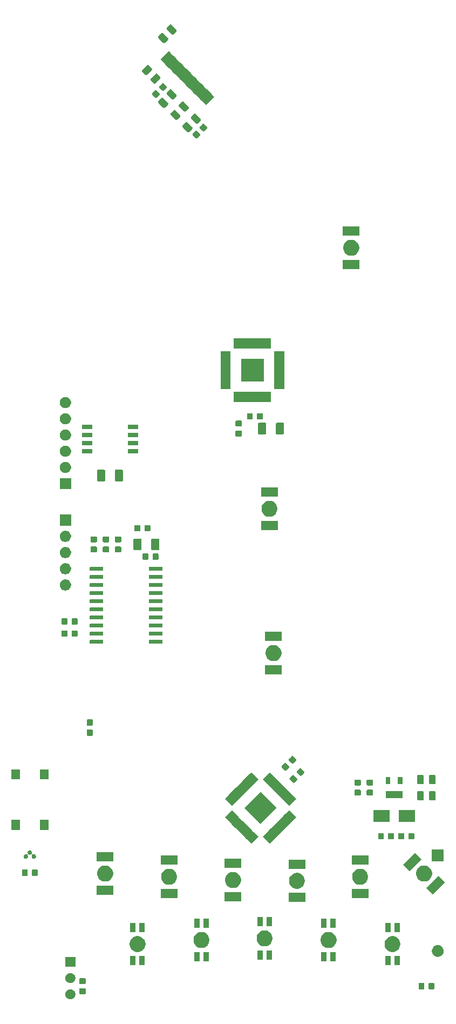
<source format=gbs>
G04 #@! TF.GenerationSoftware,KiCad,Pcbnew,(5.1.5)-3*
G04 #@! TF.CreationDate,2020-02-10T18:46:58-06:00*
G04 #@! TF.ProjectId,tymkrs_Cyphercon_2020_llama,74796d6b-7273-45f4-9379-70686572636f,V0*
G04 #@! TF.SameCoordinates,Original*
G04 #@! TF.FileFunction,Soldermask,Bot*
G04 #@! TF.FilePolarity,Negative*
%FSLAX46Y46*%
G04 Gerber Fmt 4.6, Leading zero omitted, Abs format (unit mm)*
G04 Created by KiCad (PCBNEW (5.1.5)-3) date 2020-02-10 18:46:58*
%MOMM*%
%LPD*%
G04 APERTURE LIST*
%ADD10C,0.100000*%
G04 APERTURE END LIST*
D10*
G36*
X96749676Y-194187859D02*
G01*
X96892973Y-194247214D01*
X97021938Y-194333386D01*
X97131614Y-194443062D01*
X97217786Y-194572027D01*
X97277141Y-194715324D01*
X97307400Y-194867447D01*
X97307400Y-195022553D01*
X97277141Y-195174676D01*
X97217786Y-195317973D01*
X97131614Y-195446938D01*
X97021938Y-195556614D01*
X96892973Y-195642786D01*
X96749676Y-195702141D01*
X96597553Y-195732400D01*
X96442447Y-195732400D01*
X96290324Y-195702141D01*
X96147027Y-195642786D01*
X96018062Y-195556614D01*
X95908386Y-195446938D01*
X95822214Y-195317973D01*
X95762859Y-195174676D01*
X95732600Y-195022553D01*
X95732600Y-194867447D01*
X95762859Y-194715324D01*
X95822214Y-194572027D01*
X95908386Y-194443062D01*
X96018062Y-194333386D01*
X96147027Y-194247214D01*
X96290324Y-194187859D01*
X96442447Y-194157600D01*
X96597553Y-194157600D01*
X96749676Y-194187859D01*
G37*
G36*
X98789292Y-194003439D02*
G01*
X98820872Y-194013019D01*
X98849978Y-194028577D01*
X98875488Y-194049512D01*
X98896423Y-194075022D01*
X98911981Y-194104128D01*
X98921561Y-194135708D01*
X98925400Y-194174690D01*
X98925400Y-194750310D01*
X98921561Y-194789292D01*
X98911981Y-194820872D01*
X98896423Y-194849978D01*
X98875488Y-194875488D01*
X98849978Y-194896423D01*
X98820872Y-194911981D01*
X98789292Y-194921561D01*
X98750310Y-194925400D01*
X98099690Y-194925400D01*
X98060708Y-194921561D01*
X98029128Y-194911981D01*
X98000022Y-194896423D01*
X97974512Y-194875488D01*
X97953577Y-194849978D01*
X97938019Y-194820872D01*
X97928439Y-194789292D01*
X97924600Y-194750310D01*
X97924600Y-194174690D01*
X97928439Y-194135708D01*
X97938019Y-194104128D01*
X97953577Y-194075022D01*
X97974512Y-194049512D01*
X98000022Y-194028577D01*
X98029128Y-194013019D01*
X98060708Y-194003439D01*
X98099690Y-193999600D01*
X98750310Y-193999600D01*
X98789292Y-194003439D01*
G37*
G36*
X151939292Y-193178439D02*
G01*
X151970872Y-193188019D01*
X151999978Y-193203577D01*
X152025488Y-193224512D01*
X152046423Y-193250022D01*
X152061981Y-193279128D01*
X152071561Y-193310708D01*
X152075400Y-193349690D01*
X152075400Y-194000310D01*
X152071561Y-194039292D01*
X152061981Y-194070872D01*
X152046423Y-194099978D01*
X152025488Y-194125488D01*
X151999978Y-194146423D01*
X151970872Y-194161981D01*
X151939292Y-194171561D01*
X151900310Y-194175400D01*
X151324690Y-194175400D01*
X151285708Y-194171561D01*
X151254128Y-194161981D01*
X151225022Y-194146423D01*
X151199512Y-194125488D01*
X151178577Y-194099978D01*
X151163019Y-194070872D01*
X151153439Y-194039292D01*
X151149600Y-194000310D01*
X151149600Y-193349690D01*
X151153439Y-193310708D01*
X151163019Y-193279128D01*
X151178577Y-193250022D01*
X151199512Y-193224512D01*
X151225022Y-193203577D01*
X151254128Y-193188019D01*
X151285708Y-193178439D01*
X151324690Y-193174600D01*
X151900310Y-193174600D01*
X151939292Y-193178439D01*
G37*
G36*
X153514292Y-193178439D02*
G01*
X153545872Y-193188019D01*
X153574978Y-193203577D01*
X153600488Y-193224512D01*
X153621423Y-193250022D01*
X153636981Y-193279128D01*
X153646561Y-193310708D01*
X153650400Y-193349690D01*
X153650400Y-194000310D01*
X153646561Y-194039292D01*
X153636981Y-194070872D01*
X153621423Y-194099978D01*
X153600488Y-194125488D01*
X153574978Y-194146423D01*
X153545872Y-194161981D01*
X153514292Y-194171561D01*
X153475310Y-194175400D01*
X152899690Y-194175400D01*
X152860708Y-194171561D01*
X152829128Y-194161981D01*
X152800022Y-194146423D01*
X152774512Y-194125488D01*
X152753577Y-194099978D01*
X152738019Y-194070872D01*
X152728439Y-194039292D01*
X152724600Y-194000310D01*
X152724600Y-193349690D01*
X152728439Y-193310708D01*
X152738019Y-193279128D01*
X152753577Y-193250022D01*
X152774512Y-193224512D01*
X152800022Y-193203577D01*
X152829128Y-193188019D01*
X152860708Y-193178439D01*
X152899690Y-193174600D01*
X153475310Y-193174600D01*
X153514292Y-193178439D01*
G37*
G36*
X98789292Y-192428439D02*
G01*
X98820872Y-192438019D01*
X98849978Y-192453577D01*
X98875488Y-192474512D01*
X98896423Y-192500022D01*
X98911981Y-192529128D01*
X98921561Y-192560708D01*
X98925400Y-192599690D01*
X98925400Y-193175310D01*
X98921561Y-193214292D01*
X98911981Y-193245872D01*
X98896423Y-193274978D01*
X98875488Y-193300488D01*
X98849978Y-193321423D01*
X98820872Y-193336981D01*
X98789292Y-193346561D01*
X98750310Y-193350400D01*
X98099690Y-193350400D01*
X98060708Y-193346561D01*
X98029128Y-193336981D01*
X98000022Y-193321423D01*
X97974512Y-193300488D01*
X97953577Y-193274978D01*
X97938019Y-193245872D01*
X97928439Y-193214292D01*
X97924600Y-193175310D01*
X97924600Y-192599690D01*
X97928439Y-192560708D01*
X97938019Y-192529128D01*
X97953577Y-192500022D01*
X97974512Y-192474512D01*
X98000022Y-192453577D01*
X98029128Y-192438019D01*
X98060708Y-192428439D01*
X98099690Y-192424600D01*
X98750310Y-192424600D01*
X98789292Y-192428439D01*
G37*
G36*
X96749676Y-191647859D02*
G01*
X96892973Y-191707214D01*
X97021938Y-191793386D01*
X97131614Y-191903062D01*
X97217786Y-192032027D01*
X97277141Y-192175324D01*
X97307400Y-192327447D01*
X97307400Y-192482553D01*
X97277141Y-192634676D01*
X97217786Y-192777973D01*
X97131614Y-192906938D01*
X97021938Y-193016614D01*
X96892973Y-193102786D01*
X96749676Y-193162141D01*
X96597553Y-193192400D01*
X96442447Y-193192400D01*
X96290324Y-193162141D01*
X96147027Y-193102786D01*
X96018062Y-193016614D01*
X95908386Y-192906938D01*
X95822214Y-192777973D01*
X95762859Y-192634676D01*
X95732600Y-192482553D01*
X95732600Y-192327447D01*
X95762859Y-192175324D01*
X95822214Y-192032027D01*
X95908386Y-191903062D01*
X96018062Y-191793386D01*
X96147027Y-191707214D01*
X96290324Y-191647859D01*
X96442447Y-191617600D01*
X96597553Y-191617600D01*
X96749676Y-191647859D01*
G37*
G36*
X97307400Y-190652400D02*
G01*
X95732600Y-190652400D01*
X95732600Y-189077600D01*
X97307400Y-189077600D01*
X97307400Y-190652400D01*
G37*
G36*
X146766400Y-190396400D02*
G01*
X145915600Y-190396400D01*
X145915600Y-188945600D01*
X146766400Y-188945600D01*
X146766400Y-190396400D01*
G37*
G36*
X106761400Y-190396400D02*
G01*
X105910600Y-190396400D01*
X105910600Y-188945600D01*
X106761400Y-188945600D01*
X106761400Y-190396400D01*
G37*
G36*
X108211400Y-190396400D02*
G01*
X107360600Y-190396400D01*
X107360600Y-188945600D01*
X108211400Y-188945600D01*
X108211400Y-190396400D01*
G37*
G36*
X148216400Y-190396400D02*
G01*
X147365600Y-190396400D01*
X147365600Y-188945600D01*
X148216400Y-188945600D01*
X148216400Y-190396400D01*
G37*
G36*
X116794400Y-189761400D02*
G01*
X115943600Y-189761400D01*
X115943600Y-188310600D01*
X116794400Y-188310600D01*
X116794400Y-189761400D01*
G37*
G36*
X118244400Y-189761400D02*
G01*
X117393600Y-189761400D01*
X117393600Y-188310600D01*
X118244400Y-188310600D01*
X118244400Y-189761400D01*
G37*
G36*
X136733400Y-189761400D02*
G01*
X135882600Y-189761400D01*
X135882600Y-188310600D01*
X136733400Y-188310600D01*
X136733400Y-189761400D01*
G37*
G36*
X138183400Y-189761400D02*
G01*
X137332600Y-189761400D01*
X137332600Y-188310600D01*
X138183400Y-188310600D01*
X138183400Y-189761400D01*
G37*
G36*
X126700400Y-189507400D02*
G01*
X125849600Y-189507400D01*
X125849600Y-188056600D01*
X126700400Y-188056600D01*
X126700400Y-189507400D01*
G37*
G36*
X128150400Y-189507400D02*
G01*
X127299600Y-189507400D01*
X127299600Y-188056600D01*
X128150400Y-188056600D01*
X128150400Y-189507400D01*
G37*
G36*
X154444721Y-187283940D02*
G01*
X154542201Y-187324318D01*
X154611130Y-187352869D01*
X154611131Y-187352870D01*
X154760896Y-187452939D01*
X154888261Y-187580304D01*
X154926787Y-187637963D01*
X154988331Y-187730070D01*
X155016882Y-187798999D01*
X155057260Y-187896479D01*
X155092400Y-188073139D01*
X155092400Y-188253261D01*
X155057260Y-188429921D01*
X155016882Y-188527401D01*
X154988331Y-188596330D01*
X154988330Y-188596331D01*
X154888261Y-188746096D01*
X154760896Y-188873461D01*
X154660826Y-188940325D01*
X154611130Y-188973531D01*
X154542201Y-189002082D01*
X154444721Y-189042460D01*
X154268061Y-189077600D01*
X154087939Y-189077600D01*
X153911279Y-189042460D01*
X153813799Y-189002082D01*
X153744870Y-188973531D01*
X153695174Y-188940325D01*
X153595104Y-188873461D01*
X153467739Y-188746096D01*
X153367670Y-188596331D01*
X153367669Y-188596330D01*
X153339118Y-188527401D01*
X153298740Y-188429921D01*
X153263600Y-188253261D01*
X153263600Y-188073139D01*
X153298740Y-187896479D01*
X153339118Y-187798999D01*
X153367669Y-187730070D01*
X153429213Y-187637963D01*
X153467739Y-187580304D01*
X153595104Y-187452939D01*
X153744869Y-187352870D01*
X153744870Y-187352869D01*
X153813799Y-187324318D01*
X153911279Y-187283940D01*
X154087939Y-187248800D01*
X154268061Y-187248800D01*
X154444721Y-187283940D01*
G37*
G36*
X147430610Y-185869036D02*
G01*
X147658095Y-185963264D01*
X147658097Y-185963265D01*
X147862828Y-186100062D01*
X148036938Y-186274172D01*
X148062805Y-186312884D01*
X148173736Y-186478905D01*
X148267964Y-186706390D01*
X148316000Y-186947884D01*
X148316000Y-187194116D01*
X148267964Y-187435610D01*
X148173736Y-187663095D01*
X148173735Y-187663097D01*
X148036938Y-187867828D01*
X147862828Y-188041938D01*
X147658097Y-188178735D01*
X147658096Y-188178736D01*
X147658095Y-188178736D01*
X147430610Y-188272964D01*
X147189116Y-188321000D01*
X146942884Y-188321000D01*
X146701390Y-188272964D01*
X146473905Y-188178736D01*
X146473904Y-188178736D01*
X146473903Y-188178735D01*
X146269172Y-188041938D01*
X146095062Y-187867828D01*
X145958265Y-187663097D01*
X145958264Y-187663095D01*
X145864036Y-187435610D01*
X145816000Y-187194116D01*
X145816000Y-186947884D01*
X145864036Y-186706390D01*
X145958264Y-186478905D01*
X146069196Y-186312884D01*
X146095062Y-186274172D01*
X146269172Y-186100062D01*
X146473903Y-185963265D01*
X146473905Y-185963264D01*
X146701390Y-185869036D01*
X146942884Y-185821000D01*
X147189116Y-185821000D01*
X147430610Y-185869036D01*
G37*
G36*
X107425610Y-185869036D02*
G01*
X107653095Y-185963264D01*
X107653097Y-185963265D01*
X107857828Y-186100062D01*
X108031938Y-186274172D01*
X108057805Y-186312884D01*
X108168736Y-186478905D01*
X108262964Y-186706390D01*
X108311000Y-186947884D01*
X108311000Y-187194116D01*
X108262964Y-187435610D01*
X108168736Y-187663095D01*
X108168735Y-187663097D01*
X108031938Y-187867828D01*
X107857828Y-188041938D01*
X107653097Y-188178735D01*
X107653096Y-188178736D01*
X107653095Y-188178736D01*
X107425610Y-188272964D01*
X107184116Y-188321000D01*
X106937884Y-188321000D01*
X106696390Y-188272964D01*
X106468905Y-188178736D01*
X106468904Y-188178736D01*
X106468903Y-188178735D01*
X106264172Y-188041938D01*
X106090062Y-187867828D01*
X105953265Y-187663097D01*
X105953264Y-187663095D01*
X105859036Y-187435610D01*
X105811000Y-187194116D01*
X105811000Y-186947884D01*
X105859036Y-186706390D01*
X105953264Y-186478905D01*
X106064196Y-186312884D01*
X106090062Y-186274172D01*
X106264172Y-186100062D01*
X106468903Y-185963265D01*
X106468905Y-185963264D01*
X106696390Y-185869036D01*
X106937884Y-185821000D01*
X107184116Y-185821000D01*
X107425610Y-185869036D01*
G37*
G36*
X137397610Y-185234036D02*
G01*
X137625095Y-185328264D01*
X137625097Y-185328265D01*
X137829828Y-185465062D01*
X138003938Y-185639172D01*
X138125432Y-185821000D01*
X138140736Y-185843905D01*
X138234964Y-186071390D01*
X138283000Y-186312884D01*
X138283000Y-186559116D01*
X138234964Y-186800610D01*
X138173960Y-186947886D01*
X138140735Y-187028097D01*
X138003938Y-187232828D01*
X137829828Y-187406938D01*
X137625097Y-187543735D01*
X137625096Y-187543736D01*
X137625095Y-187543736D01*
X137397610Y-187637964D01*
X137156116Y-187686000D01*
X136909884Y-187686000D01*
X136668390Y-187637964D01*
X136440905Y-187543736D01*
X136440904Y-187543736D01*
X136440903Y-187543735D01*
X136236172Y-187406938D01*
X136062062Y-187232828D01*
X135925265Y-187028097D01*
X135892040Y-186947886D01*
X135831036Y-186800610D01*
X135783000Y-186559116D01*
X135783000Y-186312884D01*
X135831036Y-186071390D01*
X135925264Y-185843905D01*
X135940569Y-185821000D01*
X136062062Y-185639172D01*
X136236172Y-185465062D01*
X136440903Y-185328265D01*
X136440905Y-185328264D01*
X136668390Y-185234036D01*
X136909884Y-185186000D01*
X137156116Y-185186000D01*
X137397610Y-185234036D01*
G37*
G36*
X117458610Y-185234036D02*
G01*
X117686095Y-185328264D01*
X117686097Y-185328265D01*
X117890828Y-185465062D01*
X118064938Y-185639172D01*
X118186432Y-185821000D01*
X118201736Y-185843905D01*
X118295964Y-186071390D01*
X118344000Y-186312884D01*
X118344000Y-186559116D01*
X118295964Y-186800610D01*
X118234960Y-186947886D01*
X118201735Y-187028097D01*
X118064938Y-187232828D01*
X117890828Y-187406938D01*
X117686097Y-187543735D01*
X117686096Y-187543736D01*
X117686095Y-187543736D01*
X117458610Y-187637964D01*
X117217116Y-187686000D01*
X116970884Y-187686000D01*
X116729390Y-187637964D01*
X116501905Y-187543736D01*
X116501904Y-187543736D01*
X116501903Y-187543735D01*
X116297172Y-187406938D01*
X116123062Y-187232828D01*
X115986265Y-187028097D01*
X115953040Y-186947886D01*
X115892036Y-186800610D01*
X115844000Y-186559116D01*
X115844000Y-186312884D01*
X115892036Y-186071390D01*
X115986264Y-185843905D01*
X116001569Y-185821000D01*
X116123062Y-185639172D01*
X116297172Y-185465062D01*
X116501903Y-185328265D01*
X116501905Y-185328264D01*
X116729390Y-185234036D01*
X116970884Y-185186000D01*
X117217116Y-185186000D01*
X117458610Y-185234036D01*
G37*
G36*
X127364610Y-184980036D02*
G01*
X127592095Y-185074264D01*
X127592097Y-185074265D01*
X127759320Y-185186000D01*
X127796828Y-185211062D01*
X127970938Y-185385172D01*
X128107736Y-185589905D01*
X128201964Y-185817390D01*
X128250000Y-186058884D01*
X128250000Y-186305116D01*
X128201964Y-186546610D01*
X128107736Y-186774095D01*
X128107735Y-186774097D01*
X127970938Y-186978828D01*
X127796828Y-187152938D01*
X127592097Y-187289735D01*
X127592096Y-187289736D01*
X127592095Y-187289736D01*
X127364610Y-187383964D01*
X127123116Y-187432000D01*
X126876884Y-187432000D01*
X126635390Y-187383964D01*
X126407905Y-187289736D01*
X126407904Y-187289736D01*
X126407903Y-187289735D01*
X126203172Y-187152938D01*
X126029062Y-186978828D01*
X125892265Y-186774097D01*
X125892264Y-186774095D01*
X125798036Y-186546610D01*
X125750000Y-186305116D01*
X125750000Y-186058884D01*
X125798036Y-185817390D01*
X125892264Y-185589905D01*
X126029062Y-185385172D01*
X126203172Y-185211062D01*
X126240680Y-185186000D01*
X126407903Y-185074265D01*
X126407905Y-185074264D01*
X126635390Y-184980036D01*
X126876884Y-184932000D01*
X127123116Y-184932000D01*
X127364610Y-184980036D01*
G37*
G36*
X146766400Y-185196400D02*
G01*
X145915600Y-185196400D01*
X145915600Y-183745600D01*
X146766400Y-183745600D01*
X146766400Y-185196400D01*
G37*
G36*
X148216400Y-185196400D02*
G01*
X147365600Y-185196400D01*
X147365600Y-183745600D01*
X148216400Y-183745600D01*
X148216400Y-185196400D01*
G37*
G36*
X108211400Y-185196400D02*
G01*
X107360600Y-185196400D01*
X107360600Y-183745600D01*
X108211400Y-183745600D01*
X108211400Y-185196400D01*
G37*
G36*
X106761400Y-185196400D02*
G01*
X105910600Y-185196400D01*
X105910600Y-183745600D01*
X106761400Y-183745600D01*
X106761400Y-185196400D01*
G37*
G36*
X136733400Y-184561400D02*
G01*
X135882600Y-184561400D01*
X135882600Y-183110600D01*
X136733400Y-183110600D01*
X136733400Y-184561400D01*
G37*
G36*
X118244400Y-184561400D02*
G01*
X117393600Y-184561400D01*
X117393600Y-183110600D01*
X118244400Y-183110600D01*
X118244400Y-184561400D01*
G37*
G36*
X116794400Y-184561400D02*
G01*
X115943600Y-184561400D01*
X115943600Y-183110600D01*
X116794400Y-183110600D01*
X116794400Y-184561400D01*
G37*
G36*
X138183400Y-184561400D02*
G01*
X137332600Y-184561400D01*
X137332600Y-183110600D01*
X138183400Y-183110600D01*
X138183400Y-184561400D01*
G37*
G36*
X126700400Y-184307400D02*
G01*
X125849600Y-184307400D01*
X125849600Y-182856600D01*
X126700400Y-182856600D01*
X126700400Y-184307400D01*
G37*
G36*
X128150400Y-184307400D02*
G01*
X127299600Y-184307400D01*
X127299600Y-182856600D01*
X128150400Y-182856600D01*
X128150400Y-184307400D01*
G37*
G36*
X133405400Y-180490400D02*
G01*
X130754600Y-180490400D01*
X130754600Y-179039600D01*
X133405400Y-179039600D01*
X133405400Y-180490400D01*
G37*
G36*
X123372400Y-180363400D02*
G01*
X120721600Y-180363400D01*
X120721600Y-178912600D01*
X123372400Y-178912600D01*
X123372400Y-180363400D01*
G37*
G36*
X143311400Y-179855400D02*
G01*
X140660600Y-179855400D01*
X140660600Y-178404600D01*
X143311400Y-178404600D01*
X143311400Y-179855400D01*
G37*
G36*
X113339400Y-179855400D02*
G01*
X110688600Y-179855400D01*
X110688600Y-178404600D01*
X113339400Y-178404600D01*
X113339400Y-179855400D01*
G37*
G36*
X103306400Y-179347400D02*
G01*
X100655600Y-179347400D01*
X100655600Y-177896600D01*
X103306400Y-177896600D01*
X103306400Y-179347400D01*
G37*
G36*
X155307613Y-177436214D02*
G01*
X153433214Y-179310613D01*
X152407343Y-178284742D01*
X154281742Y-176410343D01*
X155307613Y-177436214D01*
G37*
G36*
X132444610Y-175963036D02*
G01*
X132672095Y-176057264D01*
X132672097Y-176057265D01*
X132876828Y-176194062D01*
X133050938Y-176368172D01*
X133102878Y-176445905D01*
X133187736Y-176572905D01*
X133281964Y-176800390D01*
X133330000Y-177041884D01*
X133330000Y-177288116D01*
X133281964Y-177529610D01*
X133187736Y-177757095D01*
X133187735Y-177757097D01*
X133050938Y-177961828D01*
X132876828Y-178135938D01*
X132672097Y-178272735D01*
X132672096Y-178272736D01*
X132672095Y-178272736D01*
X132444610Y-178366964D01*
X132203116Y-178415000D01*
X131956884Y-178415000D01*
X131715390Y-178366964D01*
X131487905Y-178272736D01*
X131487904Y-178272736D01*
X131487903Y-178272735D01*
X131283172Y-178135938D01*
X131109062Y-177961828D01*
X130972265Y-177757097D01*
X130972264Y-177757095D01*
X130878036Y-177529610D01*
X130830000Y-177288116D01*
X130830000Y-177041884D01*
X130878036Y-176800390D01*
X130972264Y-176572905D01*
X131057123Y-176445905D01*
X131109062Y-176368172D01*
X131283172Y-176194062D01*
X131487903Y-176057265D01*
X131487905Y-176057264D01*
X131715390Y-175963036D01*
X131956884Y-175915000D01*
X132203116Y-175915000D01*
X132444610Y-175963036D01*
G37*
G36*
X122411610Y-175836036D02*
G01*
X122639095Y-175930264D01*
X122639097Y-175930265D01*
X122843828Y-176067062D01*
X123017938Y-176241172D01*
X123130975Y-176410343D01*
X123154736Y-176445905D01*
X123248964Y-176673390D01*
X123297000Y-176914884D01*
X123297000Y-177161116D01*
X123248964Y-177402610D01*
X123196358Y-177529611D01*
X123154735Y-177630097D01*
X123017938Y-177834828D01*
X122843828Y-178008938D01*
X122639097Y-178145735D01*
X122639096Y-178145736D01*
X122639095Y-178145736D01*
X122411610Y-178239964D01*
X122170116Y-178288000D01*
X121923884Y-178288000D01*
X121682390Y-178239964D01*
X121454905Y-178145736D01*
X121454904Y-178145736D01*
X121454903Y-178145735D01*
X121250172Y-178008938D01*
X121076062Y-177834828D01*
X120939265Y-177630097D01*
X120897642Y-177529611D01*
X120845036Y-177402610D01*
X120797000Y-177161116D01*
X120797000Y-176914884D01*
X120845036Y-176673390D01*
X120939264Y-176445905D01*
X120963026Y-176410343D01*
X121076062Y-176241172D01*
X121250172Y-176067062D01*
X121454903Y-175930265D01*
X121454905Y-175930264D01*
X121682390Y-175836036D01*
X121923884Y-175788000D01*
X122170116Y-175788000D01*
X122411610Y-175836036D01*
G37*
G36*
X112378610Y-175328036D02*
G01*
X112606095Y-175422264D01*
X112606097Y-175422265D01*
X112810828Y-175559062D01*
X112984938Y-175733172D01*
X113116631Y-175930264D01*
X113121736Y-175937905D01*
X113215964Y-176165390D01*
X113264000Y-176406884D01*
X113264000Y-176653116D01*
X113215964Y-176894610D01*
X113154960Y-177041886D01*
X113121735Y-177122097D01*
X112984938Y-177326828D01*
X112810828Y-177500938D01*
X112606097Y-177637735D01*
X112606096Y-177637736D01*
X112606095Y-177637736D01*
X112378610Y-177731964D01*
X112137116Y-177780000D01*
X111890884Y-177780000D01*
X111649390Y-177731964D01*
X111421905Y-177637736D01*
X111421904Y-177637736D01*
X111421903Y-177637735D01*
X111217172Y-177500938D01*
X111043062Y-177326828D01*
X110906265Y-177122097D01*
X110873040Y-177041886D01*
X110812036Y-176894610D01*
X110764000Y-176653116D01*
X110764000Y-176406884D01*
X110812036Y-176165390D01*
X110906264Y-175937905D01*
X110911370Y-175930264D01*
X111043062Y-175733172D01*
X111217172Y-175559062D01*
X111421903Y-175422265D01*
X111421905Y-175422264D01*
X111649390Y-175328036D01*
X111890884Y-175280000D01*
X112137116Y-175280000D01*
X112378610Y-175328036D01*
G37*
G36*
X142350610Y-175328036D02*
G01*
X142578095Y-175422264D01*
X142578097Y-175422265D01*
X142782828Y-175559062D01*
X142956938Y-175733172D01*
X143088631Y-175930264D01*
X143093736Y-175937905D01*
X143187964Y-176165390D01*
X143236000Y-176406884D01*
X143236000Y-176653116D01*
X143187964Y-176894610D01*
X143126960Y-177041886D01*
X143093735Y-177122097D01*
X142956938Y-177326828D01*
X142782828Y-177500938D01*
X142578097Y-177637735D01*
X142578096Y-177637736D01*
X142578095Y-177637736D01*
X142350610Y-177731964D01*
X142109116Y-177780000D01*
X141862884Y-177780000D01*
X141621390Y-177731964D01*
X141393905Y-177637736D01*
X141393904Y-177637736D01*
X141393903Y-177637735D01*
X141189172Y-177500938D01*
X141015062Y-177326828D01*
X140878265Y-177122097D01*
X140845040Y-177041886D01*
X140784036Y-176894610D01*
X140736000Y-176653116D01*
X140736000Y-176406884D01*
X140784036Y-176165390D01*
X140878264Y-175937905D01*
X140883370Y-175930264D01*
X141015062Y-175733172D01*
X141189172Y-175559062D01*
X141393903Y-175422265D01*
X141393905Y-175422264D01*
X141621390Y-175328036D01*
X141862884Y-175280000D01*
X142109116Y-175280000D01*
X142350610Y-175328036D01*
G37*
G36*
X102345610Y-174820036D02*
G01*
X102573095Y-174914264D01*
X102573097Y-174914265D01*
X102777828Y-175051062D01*
X102951938Y-175225172D01*
X103083631Y-175422264D01*
X103088736Y-175429905D01*
X103182964Y-175657390D01*
X103231000Y-175898884D01*
X103231000Y-176145116D01*
X103182964Y-176386610D01*
X103088736Y-176614095D01*
X103088735Y-176614097D01*
X102951938Y-176818828D01*
X102777828Y-176992938D01*
X102573097Y-177129735D01*
X102573096Y-177129736D01*
X102573095Y-177129736D01*
X102345610Y-177223964D01*
X102104116Y-177272000D01*
X101857884Y-177272000D01*
X101616390Y-177223964D01*
X101388905Y-177129736D01*
X101388904Y-177129736D01*
X101388903Y-177129735D01*
X101184172Y-176992938D01*
X101010062Y-176818828D01*
X100873265Y-176614097D01*
X100873264Y-176614095D01*
X100779036Y-176386610D01*
X100731000Y-176145116D01*
X100731000Y-175898884D01*
X100779036Y-175657390D01*
X100873264Y-175429905D01*
X100878370Y-175422264D01*
X101010062Y-175225172D01*
X101184172Y-175051062D01*
X101388903Y-174914265D01*
X101388905Y-174914264D01*
X101616390Y-174820036D01*
X101857884Y-174772000D01*
X102104116Y-174772000D01*
X102345610Y-174820036D01*
G37*
G36*
X152383610Y-174820036D02*
G01*
X152611095Y-174914264D01*
X152611097Y-174914265D01*
X152815828Y-175051062D01*
X152989938Y-175225172D01*
X153121631Y-175422264D01*
X153126736Y-175429905D01*
X153220964Y-175657390D01*
X153269000Y-175898884D01*
X153269000Y-176145116D01*
X153220964Y-176386610D01*
X153126736Y-176614095D01*
X153126735Y-176614097D01*
X152989938Y-176818828D01*
X152815828Y-176992938D01*
X152611097Y-177129735D01*
X152611096Y-177129736D01*
X152611095Y-177129736D01*
X152383610Y-177223964D01*
X152142116Y-177272000D01*
X151895884Y-177272000D01*
X151654390Y-177223964D01*
X151426905Y-177129736D01*
X151426904Y-177129736D01*
X151426903Y-177129735D01*
X151222172Y-176992938D01*
X151048062Y-176818828D01*
X150911265Y-176614097D01*
X150911264Y-176614095D01*
X150817036Y-176386610D01*
X150769000Y-176145116D01*
X150769000Y-175898884D01*
X150817036Y-175657390D01*
X150911264Y-175429905D01*
X150916370Y-175422264D01*
X151048062Y-175225172D01*
X151222172Y-175051062D01*
X151426903Y-174914265D01*
X151426905Y-174914264D01*
X151654390Y-174820036D01*
X151895884Y-174772000D01*
X152142116Y-174772000D01*
X152383610Y-174820036D01*
G37*
G36*
X89709292Y-175398439D02*
G01*
X89740872Y-175408019D01*
X89769978Y-175423577D01*
X89795488Y-175444512D01*
X89816423Y-175470022D01*
X89831981Y-175499128D01*
X89841561Y-175530708D01*
X89845400Y-175569690D01*
X89845400Y-176220310D01*
X89841561Y-176259292D01*
X89831981Y-176290872D01*
X89816423Y-176319978D01*
X89795488Y-176345488D01*
X89769978Y-176366423D01*
X89740872Y-176381981D01*
X89709292Y-176391561D01*
X89670310Y-176395400D01*
X89094690Y-176395400D01*
X89055708Y-176391561D01*
X89024128Y-176381981D01*
X88995022Y-176366423D01*
X88969512Y-176345488D01*
X88948577Y-176319978D01*
X88933019Y-176290872D01*
X88923439Y-176259292D01*
X88919600Y-176220310D01*
X88919600Y-175569690D01*
X88923439Y-175530708D01*
X88933019Y-175499128D01*
X88948577Y-175470022D01*
X88969512Y-175444512D01*
X88995022Y-175423577D01*
X89024128Y-175408019D01*
X89055708Y-175398439D01*
X89094690Y-175394600D01*
X89670310Y-175394600D01*
X89709292Y-175398439D01*
G37*
G36*
X91284292Y-175398439D02*
G01*
X91315872Y-175408019D01*
X91344978Y-175423577D01*
X91370488Y-175444512D01*
X91391423Y-175470022D01*
X91406981Y-175499128D01*
X91416561Y-175530708D01*
X91420400Y-175569690D01*
X91420400Y-176220310D01*
X91416561Y-176259292D01*
X91406981Y-176290872D01*
X91391423Y-176319978D01*
X91370488Y-176345488D01*
X91344978Y-176366423D01*
X91315872Y-176381981D01*
X91284292Y-176391561D01*
X91245310Y-176395400D01*
X90669690Y-176395400D01*
X90630708Y-176391561D01*
X90599128Y-176381981D01*
X90570022Y-176366423D01*
X90544512Y-176345488D01*
X90523577Y-176319978D01*
X90508019Y-176290872D01*
X90498439Y-176259292D01*
X90494600Y-176220310D01*
X90494600Y-175569690D01*
X90498439Y-175530708D01*
X90508019Y-175499128D01*
X90523577Y-175470022D01*
X90544512Y-175444512D01*
X90570022Y-175423577D01*
X90599128Y-175408019D01*
X90630708Y-175398439D01*
X90669690Y-175394600D01*
X91245310Y-175394600D01*
X91284292Y-175398439D01*
G37*
G36*
X151630657Y-173759258D02*
G01*
X149756258Y-175633657D01*
X148730387Y-174607786D01*
X150604786Y-172733387D01*
X151630657Y-173759258D01*
G37*
G36*
X133405400Y-175290400D02*
G01*
X130754600Y-175290400D01*
X130754600Y-173839600D01*
X133405400Y-173839600D01*
X133405400Y-175290400D01*
G37*
G36*
X123372400Y-175163400D02*
G01*
X120721600Y-175163400D01*
X120721600Y-173712600D01*
X123372400Y-173712600D01*
X123372400Y-175163400D01*
G37*
G36*
X143311400Y-174655400D02*
G01*
X140660600Y-174655400D01*
X140660600Y-173204600D01*
X143311400Y-173204600D01*
X143311400Y-174655400D01*
G37*
G36*
X113339400Y-174655400D02*
G01*
X110688600Y-174655400D01*
X110688600Y-173204600D01*
X113339400Y-173204600D01*
X113339400Y-174655400D01*
G37*
G36*
X103306400Y-174147400D02*
G01*
X100655600Y-174147400D01*
X100655600Y-172696600D01*
X103306400Y-172696600D01*
X103306400Y-174147400D01*
G37*
G36*
X155092400Y-174091600D02*
G01*
X153263600Y-174091600D01*
X153263600Y-172262800D01*
X155092400Y-172262800D01*
X155092400Y-174091600D01*
G37*
G36*
X90270020Y-172390277D02*
G01*
X90332422Y-172416125D01*
X90332424Y-172416126D01*
X90388586Y-172453652D01*
X90436348Y-172501414D01*
X90473874Y-172557576D01*
X90473875Y-172557578D01*
X90499723Y-172619980D01*
X90512900Y-172686226D01*
X90512900Y-172753774D01*
X90499723Y-172820019D01*
X90470068Y-172891613D01*
X90462955Y-172915062D01*
X90460553Y-172939448D01*
X90462955Y-172963834D01*
X90470068Y-172987283D01*
X90481619Y-173008894D01*
X90497164Y-173027836D01*
X90516106Y-173043381D01*
X90537717Y-173054932D01*
X90561166Y-173062045D01*
X90585552Y-173064447D01*
X90609938Y-173062045D01*
X90633387Y-173054932D01*
X90704981Y-173025277D01*
X90771226Y-173012100D01*
X90838774Y-173012100D01*
X90905020Y-173025277D01*
X90964037Y-173049723D01*
X90967424Y-173051126D01*
X91023586Y-173088652D01*
X91071348Y-173136414D01*
X91087066Y-173159938D01*
X91108875Y-173192578D01*
X91134723Y-173254980D01*
X91147900Y-173321226D01*
X91147900Y-173388774D01*
X91134723Y-173455020D01*
X91108875Y-173517422D01*
X91108874Y-173517424D01*
X91071348Y-173573586D01*
X91023586Y-173621348D01*
X90967424Y-173658874D01*
X90967423Y-173658875D01*
X90967422Y-173658875D01*
X90905020Y-173684723D01*
X90838774Y-173697900D01*
X90771226Y-173697900D01*
X90704980Y-173684723D01*
X90642578Y-173658875D01*
X90642577Y-173658875D01*
X90642576Y-173658874D01*
X90586414Y-173621348D01*
X90538652Y-173573586D01*
X90501126Y-173517424D01*
X90501125Y-173517422D01*
X90475277Y-173455020D01*
X90462100Y-173388774D01*
X90462100Y-173321226D01*
X90475277Y-173254981D01*
X90504932Y-173183387D01*
X90512045Y-173159938D01*
X90514447Y-173135552D01*
X90512045Y-173111166D01*
X90504932Y-173087717D01*
X90493381Y-173066106D01*
X90477836Y-173047164D01*
X90458894Y-173031619D01*
X90437283Y-173020068D01*
X90413834Y-173012955D01*
X90389448Y-173010553D01*
X90365062Y-173012955D01*
X90341613Y-173020068D01*
X90270019Y-173049723D01*
X90203774Y-173062900D01*
X90136226Y-173062900D01*
X90069981Y-173049723D01*
X89998387Y-173020068D01*
X89974938Y-173012955D01*
X89950552Y-173010553D01*
X89926166Y-173012955D01*
X89902717Y-173020068D01*
X89881106Y-173031619D01*
X89862164Y-173047164D01*
X89846619Y-173066106D01*
X89835068Y-173087717D01*
X89827955Y-173111166D01*
X89825553Y-173135552D01*
X89827955Y-173159938D01*
X89835068Y-173183387D01*
X89864723Y-173254981D01*
X89877900Y-173321226D01*
X89877900Y-173388774D01*
X89864723Y-173455020D01*
X89838875Y-173517422D01*
X89838874Y-173517424D01*
X89801348Y-173573586D01*
X89753586Y-173621348D01*
X89697424Y-173658874D01*
X89697423Y-173658875D01*
X89697422Y-173658875D01*
X89635020Y-173684723D01*
X89568774Y-173697900D01*
X89501226Y-173697900D01*
X89434980Y-173684723D01*
X89372578Y-173658875D01*
X89372577Y-173658875D01*
X89372576Y-173658874D01*
X89316414Y-173621348D01*
X89268652Y-173573586D01*
X89231126Y-173517424D01*
X89231125Y-173517422D01*
X89205277Y-173455020D01*
X89192100Y-173388774D01*
X89192100Y-173321226D01*
X89205277Y-173254980D01*
X89231125Y-173192578D01*
X89252934Y-173159938D01*
X89268652Y-173136414D01*
X89316414Y-173088652D01*
X89372576Y-173051126D01*
X89375963Y-173049723D01*
X89434980Y-173025277D01*
X89501226Y-173012100D01*
X89568774Y-173012100D01*
X89635019Y-173025277D01*
X89706613Y-173054932D01*
X89730062Y-173062045D01*
X89754448Y-173064447D01*
X89778834Y-173062045D01*
X89802283Y-173054932D01*
X89823894Y-173043381D01*
X89842836Y-173027836D01*
X89858381Y-173008894D01*
X89869932Y-172987283D01*
X89877045Y-172963834D01*
X89879447Y-172939448D01*
X89877045Y-172915062D01*
X89869932Y-172891613D01*
X89840277Y-172820019D01*
X89827100Y-172753774D01*
X89827100Y-172686226D01*
X89840277Y-172619980D01*
X89866125Y-172557578D01*
X89866126Y-172557576D01*
X89903652Y-172501414D01*
X89951414Y-172453652D01*
X90007576Y-172416126D01*
X90007578Y-172416125D01*
X90069980Y-172390277D01*
X90136226Y-172377100D01*
X90203774Y-172377100D01*
X90270020Y-172390277D01*
G37*
G36*
X131951709Y-167184569D02*
G01*
X127814569Y-171321709D01*
X126717988Y-170225128D01*
X126966041Y-169977075D01*
X126966042Y-169977076D01*
X127071542Y-169871576D01*
X127071541Y-169871575D01*
X127319594Y-169623522D01*
X127319595Y-169623523D01*
X127425096Y-169518022D01*
X127425095Y-169518021D01*
X127673148Y-169269968D01*
X127673149Y-169269969D01*
X127778649Y-169164469D01*
X127778648Y-169164468D01*
X128026701Y-168916415D01*
X128026702Y-168916416D01*
X128132202Y-168810916D01*
X128132201Y-168810915D01*
X128380254Y-168562862D01*
X128380255Y-168562863D01*
X128485756Y-168457362D01*
X128485755Y-168457361D01*
X128733808Y-168209308D01*
X128733809Y-168209309D01*
X128839309Y-168103809D01*
X128839308Y-168103808D01*
X129087361Y-167855755D01*
X129087362Y-167855756D01*
X129192863Y-167750255D01*
X129192862Y-167750254D01*
X129440915Y-167502201D01*
X129440916Y-167502202D01*
X129546416Y-167396702D01*
X129546415Y-167396701D01*
X129794468Y-167148648D01*
X129794469Y-167148649D01*
X129899969Y-167043149D01*
X129899968Y-167043148D01*
X130148021Y-166795095D01*
X130148022Y-166795096D01*
X130253523Y-166689595D01*
X130253522Y-166689594D01*
X130501575Y-166441541D01*
X130501576Y-166441542D01*
X130607076Y-166336042D01*
X130607075Y-166336041D01*
X130855128Y-166087988D01*
X131951709Y-167184569D01*
G37*
G36*
X122122925Y-166336041D02*
G01*
X122122925Y-166336042D01*
X122228425Y-166441542D01*
X122228425Y-166441541D01*
X122476478Y-166689594D01*
X122476478Y-166689595D01*
X122581979Y-166795096D01*
X122581979Y-166795095D01*
X122830032Y-167043148D01*
X122830032Y-167043149D01*
X122935532Y-167148649D01*
X122935532Y-167148648D01*
X123183585Y-167396701D01*
X123183585Y-167396702D01*
X123289085Y-167502202D01*
X123289085Y-167502201D01*
X123537138Y-167750254D01*
X123537138Y-167750255D01*
X123642639Y-167855756D01*
X123642639Y-167855755D01*
X123890692Y-168103808D01*
X123890692Y-168103809D01*
X123996192Y-168209309D01*
X123996192Y-168209308D01*
X124244245Y-168457361D01*
X124244245Y-168457362D01*
X124349746Y-168562863D01*
X124349746Y-168562862D01*
X124597799Y-168810915D01*
X124597799Y-168810916D01*
X124703299Y-168916416D01*
X124703299Y-168916415D01*
X124951352Y-169164468D01*
X124951352Y-169164469D01*
X125056852Y-169269969D01*
X125056852Y-169269968D01*
X125304905Y-169518021D01*
X125304905Y-169518022D01*
X125410406Y-169623523D01*
X125410406Y-169623522D01*
X125658459Y-169871575D01*
X125658459Y-169871576D01*
X125763959Y-169977076D01*
X125763959Y-169977075D01*
X126012012Y-170225128D01*
X124915431Y-171321709D01*
X124667378Y-171073656D01*
X124667379Y-171073656D01*
X124561879Y-170968156D01*
X124561878Y-170968156D01*
X124313825Y-170720103D01*
X124313826Y-170720103D01*
X124208325Y-170614602D01*
X124208324Y-170614602D01*
X123960271Y-170366549D01*
X123960272Y-170366549D01*
X123854772Y-170261049D01*
X123854771Y-170261049D01*
X123606718Y-170012996D01*
X123606719Y-170012996D01*
X123501219Y-169907496D01*
X123501218Y-169907496D01*
X123253165Y-169659443D01*
X123253166Y-169659443D01*
X123147665Y-169553942D01*
X123147664Y-169553942D01*
X122899611Y-169305889D01*
X122899612Y-169305889D01*
X122794112Y-169200389D01*
X122794111Y-169200389D01*
X122546058Y-168952336D01*
X122546059Y-168952336D01*
X122440558Y-168846835D01*
X122440557Y-168846835D01*
X122192504Y-168598782D01*
X122192505Y-168598782D01*
X122087005Y-168493282D01*
X122087004Y-168493282D01*
X121838951Y-168245229D01*
X121838952Y-168245229D01*
X121733452Y-168139729D01*
X121733451Y-168139729D01*
X121485398Y-167891676D01*
X121485399Y-167891676D01*
X121379898Y-167786175D01*
X121379897Y-167786175D01*
X121131844Y-167538122D01*
X121131845Y-167538122D01*
X121026345Y-167432622D01*
X121026344Y-167432622D01*
X120778291Y-167184569D01*
X121874872Y-166087988D01*
X122122925Y-166336041D01*
G37*
G36*
X148764292Y-169683439D02*
G01*
X148795872Y-169693019D01*
X148824978Y-169708577D01*
X148850488Y-169729512D01*
X148871423Y-169755022D01*
X148886981Y-169784128D01*
X148896561Y-169815708D01*
X148900400Y-169854690D01*
X148900400Y-170505310D01*
X148896561Y-170544292D01*
X148886981Y-170575872D01*
X148871423Y-170604978D01*
X148850488Y-170630488D01*
X148824978Y-170651423D01*
X148795872Y-170666981D01*
X148764292Y-170676561D01*
X148725310Y-170680400D01*
X148149690Y-170680400D01*
X148110708Y-170676561D01*
X148079128Y-170666981D01*
X148050022Y-170651423D01*
X148024512Y-170630488D01*
X148003577Y-170604978D01*
X147988019Y-170575872D01*
X147978439Y-170544292D01*
X147974600Y-170505310D01*
X147974600Y-169854690D01*
X147978439Y-169815708D01*
X147988019Y-169784128D01*
X148003577Y-169755022D01*
X148024512Y-169729512D01*
X148050022Y-169708577D01*
X148079128Y-169693019D01*
X148110708Y-169683439D01*
X148149690Y-169679600D01*
X148725310Y-169679600D01*
X148764292Y-169683439D01*
G37*
G36*
X150339292Y-169683439D02*
G01*
X150370872Y-169693019D01*
X150399978Y-169708577D01*
X150425488Y-169729512D01*
X150446423Y-169755022D01*
X150461981Y-169784128D01*
X150471561Y-169815708D01*
X150475400Y-169854690D01*
X150475400Y-170505310D01*
X150471561Y-170544292D01*
X150461981Y-170575872D01*
X150446423Y-170604978D01*
X150425488Y-170630488D01*
X150399978Y-170651423D01*
X150370872Y-170666981D01*
X150339292Y-170676561D01*
X150300310Y-170680400D01*
X149724690Y-170680400D01*
X149685708Y-170676561D01*
X149654128Y-170666981D01*
X149625022Y-170651423D01*
X149599512Y-170630488D01*
X149578577Y-170604978D01*
X149563019Y-170575872D01*
X149553439Y-170544292D01*
X149549600Y-170505310D01*
X149549600Y-169854690D01*
X149553439Y-169815708D01*
X149563019Y-169784128D01*
X149578577Y-169755022D01*
X149599512Y-169729512D01*
X149625022Y-169708577D01*
X149654128Y-169693019D01*
X149685708Y-169683439D01*
X149724690Y-169679600D01*
X150300310Y-169679600D01*
X150339292Y-169683439D01*
G37*
G36*
X147164292Y-169683439D02*
G01*
X147195872Y-169693019D01*
X147224978Y-169708577D01*
X147250488Y-169729512D01*
X147271423Y-169755022D01*
X147286981Y-169784128D01*
X147296561Y-169815708D01*
X147300400Y-169854690D01*
X147300400Y-170505310D01*
X147296561Y-170544292D01*
X147286981Y-170575872D01*
X147271423Y-170604978D01*
X147250488Y-170630488D01*
X147224978Y-170651423D01*
X147195872Y-170666981D01*
X147164292Y-170676561D01*
X147125310Y-170680400D01*
X146549690Y-170680400D01*
X146510708Y-170676561D01*
X146479128Y-170666981D01*
X146450022Y-170651423D01*
X146424512Y-170630488D01*
X146403577Y-170604978D01*
X146388019Y-170575872D01*
X146378439Y-170544292D01*
X146374600Y-170505310D01*
X146374600Y-169854690D01*
X146378439Y-169815708D01*
X146388019Y-169784128D01*
X146403577Y-169755022D01*
X146424512Y-169729512D01*
X146450022Y-169708577D01*
X146479128Y-169693019D01*
X146510708Y-169683439D01*
X146549690Y-169679600D01*
X147125310Y-169679600D01*
X147164292Y-169683439D01*
G37*
G36*
X145589292Y-169683439D02*
G01*
X145620872Y-169693019D01*
X145649978Y-169708577D01*
X145675488Y-169729512D01*
X145696423Y-169755022D01*
X145711981Y-169784128D01*
X145721561Y-169815708D01*
X145725400Y-169854690D01*
X145725400Y-170505310D01*
X145721561Y-170544292D01*
X145711981Y-170575872D01*
X145696423Y-170604978D01*
X145675488Y-170630488D01*
X145649978Y-170651423D01*
X145620872Y-170666981D01*
X145589292Y-170676561D01*
X145550310Y-170680400D01*
X144974690Y-170680400D01*
X144935708Y-170676561D01*
X144904128Y-170666981D01*
X144875022Y-170651423D01*
X144849512Y-170630488D01*
X144828577Y-170604978D01*
X144813019Y-170575872D01*
X144803439Y-170544292D01*
X144799600Y-170505310D01*
X144799600Y-169854690D01*
X144803439Y-169815708D01*
X144813019Y-169784128D01*
X144828577Y-169755022D01*
X144849512Y-169729512D01*
X144875022Y-169708577D01*
X144904128Y-169693019D01*
X144935708Y-169683439D01*
X144974690Y-169679600D01*
X145550310Y-169679600D01*
X145589292Y-169683439D01*
G37*
G36*
X88595400Y-169240400D02*
G01*
X87244600Y-169240400D01*
X87244600Y-167639600D01*
X88595400Y-167639600D01*
X88595400Y-169240400D01*
G37*
G36*
X93095400Y-169240400D02*
G01*
X91744600Y-169240400D01*
X91744600Y-167639600D01*
X93095400Y-167639600D01*
X93095400Y-169240400D01*
G37*
G36*
X128875795Y-165735000D02*
G01*
X126365000Y-168245795D01*
X123854205Y-165735000D01*
X126365000Y-163224205D01*
X128875795Y-165735000D01*
G37*
G36*
X146595400Y-167930400D02*
G01*
X144044600Y-167930400D01*
X144044600Y-166079600D01*
X146595400Y-166079600D01*
X146595400Y-167930400D01*
G37*
G36*
X150595400Y-167930400D02*
G01*
X148044600Y-167930400D01*
X148044600Y-166079600D01*
X150595400Y-166079600D01*
X150595400Y-167930400D01*
G37*
G36*
X128062622Y-160396344D02*
G01*
X128062622Y-160396345D01*
X128168122Y-160501845D01*
X128168122Y-160501844D01*
X128416175Y-160749897D01*
X128416175Y-160749898D01*
X128521676Y-160855399D01*
X128521676Y-160855398D01*
X128769729Y-161103451D01*
X128769729Y-161103452D01*
X128875229Y-161208952D01*
X128875229Y-161208951D01*
X129123282Y-161457004D01*
X129123282Y-161457005D01*
X129228782Y-161562505D01*
X129228782Y-161562504D01*
X129476835Y-161810557D01*
X129476835Y-161810558D01*
X129582336Y-161916059D01*
X129582336Y-161916058D01*
X129830389Y-162164111D01*
X129830389Y-162164112D01*
X129935889Y-162269612D01*
X129935889Y-162269611D01*
X130183942Y-162517664D01*
X130183942Y-162517665D01*
X130289443Y-162623166D01*
X130289443Y-162623165D01*
X130537496Y-162871218D01*
X130537496Y-162871219D01*
X130642996Y-162976719D01*
X130642996Y-162976718D01*
X130891049Y-163224771D01*
X130891049Y-163224772D01*
X130996549Y-163330272D01*
X130996549Y-163330271D01*
X131244602Y-163578324D01*
X131244602Y-163578325D01*
X131350103Y-163683826D01*
X131350103Y-163683825D01*
X131598156Y-163931878D01*
X131598156Y-163931879D01*
X131703656Y-164037379D01*
X131703656Y-164037378D01*
X131951709Y-164285431D01*
X130855128Y-165382012D01*
X130607075Y-165133959D01*
X130607076Y-165133959D01*
X130501576Y-165028459D01*
X130501575Y-165028459D01*
X130253522Y-164780406D01*
X130253523Y-164780406D01*
X130148022Y-164674905D01*
X130148021Y-164674905D01*
X129899968Y-164426852D01*
X129899969Y-164426852D01*
X129794469Y-164321352D01*
X129794468Y-164321352D01*
X129546415Y-164073299D01*
X129546416Y-164073299D01*
X129440916Y-163967799D01*
X129440915Y-163967799D01*
X129192862Y-163719746D01*
X129192863Y-163719746D01*
X129087362Y-163614245D01*
X129087361Y-163614245D01*
X128839308Y-163366192D01*
X128839309Y-163366192D01*
X128733809Y-163260692D01*
X128733808Y-163260692D01*
X128485755Y-163012639D01*
X128485756Y-163012639D01*
X128380255Y-162907138D01*
X128380254Y-162907138D01*
X128132201Y-162659085D01*
X128132202Y-162659085D01*
X128026702Y-162553585D01*
X128026701Y-162553585D01*
X127778648Y-162305532D01*
X127778649Y-162305532D01*
X127673149Y-162200032D01*
X127673148Y-162200032D01*
X127425095Y-161951979D01*
X127425096Y-161951979D01*
X127319595Y-161846478D01*
X127319594Y-161846478D01*
X127071541Y-161598425D01*
X127071542Y-161598425D01*
X126966042Y-161492925D01*
X126966041Y-161492925D01*
X126717988Y-161244872D01*
X127814569Y-160148291D01*
X128062622Y-160396344D01*
G37*
G36*
X126012012Y-161244872D02*
G01*
X121874872Y-165382012D01*
X120778291Y-164285431D01*
X121026344Y-164037378D01*
X121026345Y-164037379D01*
X121131845Y-163931879D01*
X121131844Y-163931878D01*
X121379897Y-163683825D01*
X121379898Y-163683826D01*
X121485399Y-163578325D01*
X121485398Y-163578324D01*
X121733451Y-163330271D01*
X121733452Y-163330272D01*
X121838952Y-163224772D01*
X121838951Y-163224771D01*
X122087004Y-162976718D01*
X122087005Y-162976719D01*
X122192505Y-162871219D01*
X122192504Y-162871218D01*
X122440557Y-162623165D01*
X122440558Y-162623166D01*
X122546059Y-162517665D01*
X122546058Y-162517664D01*
X122794111Y-162269611D01*
X122794112Y-162269612D01*
X122899612Y-162164112D01*
X122899611Y-162164111D01*
X123147664Y-161916058D01*
X123147665Y-161916059D01*
X123253166Y-161810558D01*
X123253165Y-161810557D01*
X123501218Y-161562504D01*
X123501219Y-161562505D01*
X123606719Y-161457005D01*
X123606718Y-161457004D01*
X123854771Y-161208951D01*
X123854772Y-161208952D01*
X123960272Y-161103452D01*
X123960271Y-161103451D01*
X124208324Y-160855398D01*
X124208325Y-160855399D01*
X124313826Y-160749898D01*
X124313825Y-160749897D01*
X124561878Y-160501844D01*
X124561879Y-160501845D01*
X124667379Y-160396345D01*
X124667378Y-160396344D01*
X124915431Y-160148291D01*
X126012012Y-161244872D01*
G37*
G36*
X151819171Y-163108920D02*
G01*
X151855438Y-163119922D01*
X151888868Y-163137790D01*
X151918166Y-163161834D01*
X151942210Y-163191132D01*
X151960078Y-163224562D01*
X151971080Y-163260829D01*
X151975400Y-163304691D01*
X151975400Y-164355309D01*
X151971080Y-164399171D01*
X151960078Y-164435438D01*
X151942210Y-164468868D01*
X151918166Y-164498166D01*
X151888868Y-164522210D01*
X151855438Y-164540078D01*
X151819171Y-164551080D01*
X151775309Y-164555400D01*
X151149691Y-164555400D01*
X151105829Y-164551080D01*
X151069562Y-164540078D01*
X151036132Y-164522210D01*
X151006834Y-164498166D01*
X150982790Y-164468868D01*
X150964922Y-164435438D01*
X150953920Y-164399171D01*
X150949600Y-164355309D01*
X150949600Y-163304691D01*
X150953920Y-163260829D01*
X150964922Y-163224562D01*
X150982790Y-163191132D01*
X151006834Y-163161834D01*
X151036132Y-163137790D01*
X151069562Y-163119922D01*
X151105829Y-163108920D01*
X151149691Y-163104600D01*
X151775309Y-163104600D01*
X151819171Y-163108920D01*
G37*
G36*
X153694171Y-163108920D02*
G01*
X153730438Y-163119922D01*
X153763868Y-163137790D01*
X153793166Y-163161834D01*
X153817210Y-163191132D01*
X153835078Y-163224562D01*
X153846080Y-163260829D01*
X153850400Y-163304691D01*
X153850400Y-164355309D01*
X153846080Y-164399171D01*
X153835078Y-164435438D01*
X153817210Y-164468868D01*
X153793166Y-164498166D01*
X153763868Y-164522210D01*
X153730438Y-164540078D01*
X153694171Y-164551080D01*
X153650309Y-164555400D01*
X153024691Y-164555400D01*
X152980829Y-164551080D01*
X152944562Y-164540078D01*
X152911132Y-164522210D01*
X152881834Y-164498166D01*
X152857790Y-164468868D01*
X152839922Y-164435438D01*
X152828920Y-164399171D01*
X152824600Y-164355309D01*
X152824600Y-163304691D01*
X152828920Y-163260829D01*
X152839922Y-163224562D01*
X152857790Y-163191132D01*
X152881834Y-163161834D01*
X152911132Y-163137790D01*
X152944562Y-163119922D01*
X152980829Y-163108920D01*
X153024691Y-163104600D01*
X153650309Y-163104600D01*
X153694171Y-163108920D01*
G37*
G36*
X148620400Y-164215400D02*
G01*
X146019600Y-164215400D01*
X146019600Y-163104600D01*
X148620400Y-163104600D01*
X148620400Y-164215400D01*
G37*
G36*
X141969292Y-162888439D02*
G01*
X142000872Y-162898019D01*
X142029978Y-162913577D01*
X142055488Y-162934512D01*
X142076423Y-162960022D01*
X142091981Y-162989128D01*
X142101561Y-163020708D01*
X142105400Y-163059690D01*
X142105400Y-163635310D01*
X142101561Y-163674292D01*
X142091981Y-163705872D01*
X142076423Y-163734978D01*
X142055488Y-163760488D01*
X142029978Y-163781423D01*
X142000872Y-163796981D01*
X141969292Y-163806561D01*
X141930310Y-163810400D01*
X141279690Y-163810400D01*
X141240708Y-163806561D01*
X141209128Y-163796981D01*
X141180022Y-163781423D01*
X141154512Y-163760488D01*
X141133577Y-163734978D01*
X141118019Y-163705872D01*
X141108439Y-163674292D01*
X141104600Y-163635310D01*
X141104600Y-163059690D01*
X141108439Y-163020708D01*
X141118019Y-162989128D01*
X141133577Y-162960022D01*
X141154512Y-162934512D01*
X141180022Y-162913577D01*
X141209128Y-162898019D01*
X141240708Y-162888439D01*
X141279690Y-162884600D01*
X141930310Y-162884600D01*
X141969292Y-162888439D01*
G37*
G36*
X143874292Y-162888439D02*
G01*
X143905872Y-162898019D01*
X143934978Y-162913577D01*
X143960488Y-162934512D01*
X143981423Y-162960022D01*
X143996981Y-162989128D01*
X144006561Y-163020708D01*
X144010400Y-163059690D01*
X144010400Y-163635310D01*
X144006561Y-163674292D01*
X143996981Y-163705872D01*
X143981423Y-163734978D01*
X143960488Y-163760488D01*
X143934978Y-163781423D01*
X143905872Y-163796981D01*
X143874292Y-163806561D01*
X143835310Y-163810400D01*
X143184690Y-163810400D01*
X143145708Y-163806561D01*
X143114128Y-163796981D01*
X143085022Y-163781423D01*
X143059512Y-163760488D01*
X143038577Y-163734978D01*
X143023019Y-163705872D01*
X143013439Y-163674292D01*
X143009600Y-163635310D01*
X143009600Y-163059690D01*
X143013439Y-163020708D01*
X143023019Y-162989128D01*
X143038577Y-162960022D01*
X143059512Y-162934512D01*
X143085022Y-162913577D01*
X143114128Y-162898019D01*
X143145708Y-162888439D01*
X143184690Y-162884600D01*
X143835310Y-162884600D01*
X143874292Y-162888439D01*
G37*
G36*
X143874292Y-161313439D02*
G01*
X143905872Y-161323019D01*
X143934978Y-161338577D01*
X143960488Y-161359512D01*
X143981423Y-161385022D01*
X143996981Y-161414128D01*
X144006561Y-161445708D01*
X144010400Y-161484690D01*
X144010400Y-162060310D01*
X144006561Y-162099292D01*
X143996981Y-162130872D01*
X143981423Y-162159978D01*
X143960488Y-162185488D01*
X143934978Y-162206423D01*
X143905872Y-162221981D01*
X143874292Y-162231561D01*
X143835310Y-162235400D01*
X143184690Y-162235400D01*
X143145708Y-162231561D01*
X143114128Y-162221981D01*
X143085022Y-162206423D01*
X143059512Y-162185488D01*
X143038577Y-162159978D01*
X143023019Y-162130872D01*
X143013439Y-162099292D01*
X143009600Y-162060310D01*
X143009600Y-161484690D01*
X143013439Y-161445708D01*
X143023019Y-161414128D01*
X143038577Y-161385022D01*
X143059512Y-161359512D01*
X143085022Y-161338577D01*
X143114128Y-161323019D01*
X143145708Y-161313439D01*
X143184690Y-161309600D01*
X143835310Y-161309600D01*
X143874292Y-161313439D01*
G37*
G36*
X141969292Y-161313439D02*
G01*
X142000872Y-161323019D01*
X142029978Y-161338577D01*
X142055488Y-161359512D01*
X142076423Y-161385022D01*
X142091981Y-161414128D01*
X142101561Y-161445708D01*
X142105400Y-161484690D01*
X142105400Y-162060310D01*
X142101561Y-162099292D01*
X142091981Y-162130872D01*
X142076423Y-162159978D01*
X142055488Y-162185488D01*
X142029978Y-162206423D01*
X142000872Y-162221981D01*
X141969292Y-162231561D01*
X141930310Y-162235400D01*
X141279690Y-162235400D01*
X141240708Y-162231561D01*
X141209128Y-162221981D01*
X141180022Y-162206423D01*
X141154512Y-162185488D01*
X141133577Y-162159978D01*
X141118019Y-162130872D01*
X141108439Y-162099292D01*
X141104600Y-162060310D01*
X141104600Y-161484690D01*
X141108439Y-161445708D01*
X141118019Y-161414128D01*
X141133577Y-161385022D01*
X141154512Y-161359512D01*
X141180022Y-161338577D01*
X141209128Y-161323019D01*
X141240708Y-161313439D01*
X141279690Y-161309600D01*
X141930310Y-161309600D01*
X141969292Y-161313439D01*
G37*
G36*
X148620400Y-162015400D02*
G01*
X147919600Y-162015400D01*
X147919600Y-160904600D01*
X148620400Y-160904600D01*
X148620400Y-162015400D01*
G37*
G36*
X153694171Y-160568920D02*
G01*
X153730438Y-160579922D01*
X153763868Y-160597790D01*
X153793166Y-160621834D01*
X153817210Y-160651132D01*
X153835078Y-160684562D01*
X153846080Y-160720829D01*
X153850400Y-160764691D01*
X153850400Y-161815309D01*
X153846080Y-161859171D01*
X153835078Y-161895438D01*
X153817210Y-161928868D01*
X153793166Y-161958166D01*
X153763868Y-161982210D01*
X153730438Y-162000078D01*
X153694171Y-162011080D01*
X153650309Y-162015400D01*
X153024691Y-162015400D01*
X152980829Y-162011080D01*
X152944562Y-162000078D01*
X152911132Y-161982210D01*
X152881834Y-161958166D01*
X152857790Y-161928868D01*
X152839922Y-161895438D01*
X152828920Y-161859171D01*
X152824600Y-161815309D01*
X152824600Y-160764691D01*
X152828920Y-160720829D01*
X152839922Y-160684562D01*
X152857790Y-160651132D01*
X152881834Y-160621834D01*
X152911132Y-160597790D01*
X152944562Y-160579922D01*
X152980829Y-160568920D01*
X153024691Y-160564600D01*
X153650309Y-160564600D01*
X153694171Y-160568920D01*
G37*
G36*
X151819171Y-160568920D02*
G01*
X151855438Y-160579922D01*
X151888868Y-160597790D01*
X151918166Y-160621834D01*
X151942210Y-160651132D01*
X151960078Y-160684562D01*
X151971080Y-160720829D01*
X151975400Y-160764691D01*
X151975400Y-161815309D01*
X151971080Y-161859171D01*
X151960078Y-161895438D01*
X151942210Y-161928868D01*
X151918166Y-161958166D01*
X151888868Y-161982210D01*
X151855438Y-162000078D01*
X151819171Y-162011080D01*
X151775309Y-162015400D01*
X151149691Y-162015400D01*
X151105829Y-162011080D01*
X151069562Y-162000078D01*
X151036132Y-161982210D01*
X151006834Y-161958166D01*
X150982790Y-161928868D01*
X150964922Y-161895438D01*
X150953920Y-161859171D01*
X150949600Y-161815309D01*
X150949600Y-160764691D01*
X150953920Y-160720829D01*
X150964922Y-160684562D01*
X150982790Y-160651132D01*
X151006834Y-160621834D01*
X151036132Y-160597790D01*
X151069562Y-160579922D01*
X151105829Y-160568920D01*
X151149691Y-160564600D01*
X151775309Y-160564600D01*
X151819171Y-160568920D01*
G37*
G36*
X146720400Y-162015400D02*
G01*
X146019600Y-162015400D01*
X146019600Y-160904600D01*
X146720400Y-160904600D01*
X146720400Y-162015400D01*
G37*
G36*
X131529478Y-160604511D02*
G01*
X131561058Y-160614091D01*
X131590164Y-160629649D01*
X131620438Y-160654494D01*
X131660290Y-160694346D01*
X131660296Y-160694351D01*
X132040649Y-161074704D01*
X132040654Y-161074710D01*
X132080506Y-161114562D01*
X132105351Y-161144836D01*
X132120909Y-161173942D01*
X132130489Y-161205522D01*
X132133723Y-161238364D01*
X132130489Y-161271206D01*
X132120909Y-161302786D01*
X132105351Y-161331892D01*
X132080506Y-161362166D01*
X132040654Y-161402018D01*
X132040649Y-161402024D01*
X131713330Y-161729343D01*
X131713324Y-161729348D01*
X131673472Y-161769200D01*
X131643198Y-161794045D01*
X131614092Y-161809603D01*
X131582512Y-161819183D01*
X131549670Y-161822417D01*
X131516828Y-161819183D01*
X131485248Y-161809603D01*
X131456142Y-161794045D01*
X131425868Y-161769200D01*
X131386016Y-161729348D01*
X131386010Y-161729343D01*
X131005657Y-161348990D01*
X131005652Y-161348984D01*
X130965800Y-161309132D01*
X130940955Y-161278858D01*
X130925397Y-161249752D01*
X130915817Y-161218172D01*
X130912583Y-161185330D01*
X130915817Y-161152488D01*
X130925397Y-161120908D01*
X130940955Y-161091802D01*
X130965800Y-161061528D01*
X131005652Y-161021676D01*
X131005657Y-161021670D01*
X131332976Y-160694351D01*
X131332982Y-160694346D01*
X131372834Y-160654494D01*
X131403108Y-160629649D01*
X131432214Y-160614091D01*
X131463794Y-160604511D01*
X131496636Y-160601277D01*
X131529478Y-160604511D01*
G37*
G36*
X88595400Y-161290400D02*
G01*
X87244600Y-161290400D01*
X87244600Y-159689600D01*
X88595400Y-159689600D01*
X88595400Y-161290400D01*
G37*
G36*
X93095400Y-161290400D02*
G01*
X91744600Y-161290400D01*
X91744600Y-159689600D01*
X93095400Y-159689600D01*
X93095400Y-161290400D01*
G37*
G36*
X132643172Y-159490817D02*
G01*
X132674752Y-159500397D01*
X132703858Y-159515955D01*
X132734132Y-159540800D01*
X132773984Y-159580652D01*
X132773990Y-159580657D01*
X133154343Y-159961010D01*
X133154348Y-159961016D01*
X133194200Y-160000868D01*
X133219045Y-160031142D01*
X133234603Y-160060248D01*
X133244183Y-160091828D01*
X133247417Y-160124670D01*
X133244183Y-160157512D01*
X133234603Y-160189092D01*
X133219045Y-160218198D01*
X133194200Y-160248472D01*
X133154348Y-160288324D01*
X133154343Y-160288330D01*
X132827024Y-160615649D01*
X132827018Y-160615654D01*
X132787166Y-160655506D01*
X132756892Y-160680351D01*
X132727786Y-160695909D01*
X132696206Y-160705489D01*
X132663364Y-160708723D01*
X132630522Y-160705489D01*
X132598942Y-160695909D01*
X132569836Y-160680351D01*
X132539562Y-160655506D01*
X132499710Y-160615654D01*
X132499704Y-160615649D01*
X132119351Y-160235296D01*
X132119346Y-160235290D01*
X132079494Y-160195438D01*
X132054649Y-160165164D01*
X132039091Y-160136058D01*
X132029511Y-160104478D01*
X132026277Y-160071636D01*
X132029511Y-160038794D01*
X132039091Y-160007214D01*
X132054649Y-159978108D01*
X132079494Y-159947834D01*
X132119346Y-159907982D01*
X132119351Y-159907976D01*
X132446670Y-159580657D01*
X132446676Y-159580652D01*
X132486528Y-159540800D01*
X132516802Y-159515955D01*
X132545908Y-159500397D01*
X132577488Y-159490817D01*
X132610330Y-159487583D01*
X132643172Y-159490817D01*
G37*
G36*
X130259478Y-158699511D02*
G01*
X130291058Y-158709091D01*
X130320164Y-158724649D01*
X130350438Y-158749494D01*
X130390290Y-158789346D01*
X130390296Y-158789351D01*
X130770649Y-159169704D01*
X130770654Y-159169710D01*
X130810506Y-159209562D01*
X130835351Y-159239836D01*
X130850909Y-159268942D01*
X130860489Y-159300522D01*
X130863723Y-159333364D01*
X130860489Y-159366206D01*
X130850909Y-159397786D01*
X130835351Y-159426892D01*
X130810506Y-159457166D01*
X130770654Y-159497018D01*
X130770649Y-159497024D01*
X130443330Y-159824343D01*
X130443324Y-159824348D01*
X130403472Y-159864200D01*
X130373198Y-159889045D01*
X130344092Y-159904603D01*
X130312512Y-159914183D01*
X130279670Y-159917417D01*
X130246828Y-159914183D01*
X130215248Y-159904603D01*
X130186142Y-159889045D01*
X130155868Y-159864200D01*
X130116016Y-159824348D01*
X130116010Y-159824343D01*
X129735657Y-159443990D01*
X129735652Y-159443984D01*
X129695800Y-159404132D01*
X129670955Y-159373858D01*
X129655397Y-159344752D01*
X129645817Y-159313172D01*
X129642583Y-159280330D01*
X129645817Y-159247488D01*
X129655397Y-159215908D01*
X129670955Y-159186802D01*
X129695800Y-159156528D01*
X129735652Y-159116676D01*
X129735657Y-159116670D01*
X130062976Y-158789351D01*
X130062982Y-158789346D01*
X130102834Y-158749494D01*
X130133108Y-158724649D01*
X130162214Y-158709091D01*
X130193794Y-158699511D01*
X130226636Y-158696277D01*
X130259478Y-158699511D01*
G37*
G36*
X131373172Y-157585817D02*
G01*
X131404752Y-157595397D01*
X131433858Y-157610955D01*
X131464132Y-157635800D01*
X131503984Y-157675652D01*
X131503990Y-157675657D01*
X131884343Y-158056010D01*
X131884348Y-158056016D01*
X131924200Y-158095868D01*
X131949045Y-158126142D01*
X131964603Y-158155248D01*
X131974183Y-158186828D01*
X131977417Y-158219670D01*
X131974183Y-158252512D01*
X131964603Y-158284092D01*
X131949045Y-158313198D01*
X131924200Y-158343472D01*
X131884348Y-158383324D01*
X131884343Y-158383330D01*
X131557024Y-158710649D01*
X131557018Y-158710654D01*
X131517166Y-158750506D01*
X131486892Y-158775351D01*
X131457786Y-158790909D01*
X131426206Y-158800489D01*
X131393364Y-158803723D01*
X131360522Y-158800489D01*
X131328942Y-158790909D01*
X131299836Y-158775351D01*
X131269562Y-158750506D01*
X131229710Y-158710654D01*
X131229704Y-158710649D01*
X130849351Y-158330296D01*
X130849346Y-158330290D01*
X130809494Y-158290438D01*
X130784649Y-158260164D01*
X130769091Y-158231058D01*
X130759511Y-158199478D01*
X130756277Y-158166636D01*
X130759511Y-158133794D01*
X130769091Y-158102214D01*
X130784649Y-158073108D01*
X130809494Y-158042834D01*
X130849346Y-158002982D01*
X130849351Y-158002976D01*
X131176670Y-157675657D01*
X131176676Y-157675652D01*
X131216528Y-157635800D01*
X131246802Y-157610955D01*
X131275908Y-157595397D01*
X131307488Y-157585817D01*
X131340330Y-157582583D01*
X131373172Y-157585817D01*
G37*
G36*
X99894792Y-153452940D02*
G01*
X99926372Y-153462520D01*
X99955478Y-153478078D01*
X99980988Y-153499013D01*
X100001923Y-153524523D01*
X100017481Y-153553629D01*
X100027061Y-153585209D01*
X100030900Y-153624191D01*
X100030900Y-154274811D01*
X100027061Y-154313793D01*
X100017481Y-154345373D01*
X100001923Y-154374479D01*
X99980988Y-154399989D01*
X99955478Y-154420924D01*
X99926372Y-154436482D01*
X99894792Y-154446062D01*
X99855810Y-154449901D01*
X99280190Y-154449901D01*
X99241208Y-154446062D01*
X99209628Y-154436482D01*
X99180522Y-154420924D01*
X99155012Y-154399989D01*
X99134077Y-154374479D01*
X99118519Y-154345373D01*
X99108939Y-154313793D01*
X99105100Y-154274811D01*
X99105100Y-153624191D01*
X99108939Y-153585209D01*
X99118519Y-153553629D01*
X99134077Y-153524523D01*
X99155012Y-153499013D01*
X99180522Y-153478078D01*
X99209628Y-153462520D01*
X99241208Y-153452940D01*
X99280190Y-153449101D01*
X99855810Y-153449101D01*
X99894792Y-153452940D01*
G37*
G36*
X99894792Y-151877938D02*
G01*
X99926372Y-151887518D01*
X99955478Y-151903076D01*
X99980988Y-151924011D01*
X100001923Y-151949521D01*
X100017481Y-151978627D01*
X100027061Y-152010207D01*
X100030900Y-152049189D01*
X100030900Y-152699809D01*
X100027061Y-152738791D01*
X100017481Y-152770371D01*
X100001923Y-152799477D01*
X99980988Y-152824987D01*
X99955478Y-152845922D01*
X99926372Y-152861480D01*
X99894792Y-152871060D01*
X99855810Y-152874899D01*
X99280190Y-152874899D01*
X99241208Y-152871060D01*
X99209628Y-152861480D01*
X99180522Y-152845922D01*
X99155012Y-152824987D01*
X99134077Y-152799477D01*
X99118519Y-152770371D01*
X99108939Y-152738791D01*
X99105100Y-152699809D01*
X99105100Y-152049189D01*
X99108939Y-152010207D01*
X99118519Y-151978627D01*
X99134077Y-151949521D01*
X99155012Y-151924011D01*
X99180522Y-151903076D01*
X99209628Y-151887518D01*
X99241208Y-151877938D01*
X99280190Y-151874099D01*
X99855810Y-151874099D01*
X99894792Y-151877938D01*
G37*
G36*
X129722400Y-144803400D02*
G01*
X127071600Y-144803400D01*
X127071600Y-143352600D01*
X129722400Y-143352600D01*
X129722400Y-144803400D01*
G37*
G36*
X128761610Y-140276036D02*
G01*
X128989095Y-140370264D01*
X128989097Y-140370265D01*
X129193828Y-140507062D01*
X129367938Y-140681172D01*
X129504736Y-140885905D01*
X129598964Y-141113390D01*
X129647000Y-141354884D01*
X129647000Y-141601116D01*
X129598964Y-141842610D01*
X129504736Y-142070095D01*
X129504735Y-142070097D01*
X129367938Y-142274828D01*
X129193828Y-142448938D01*
X128989097Y-142585735D01*
X128989096Y-142585736D01*
X128989095Y-142585736D01*
X128761610Y-142679964D01*
X128520116Y-142728000D01*
X128273884Y-142728000D01*
X128032390Y-142679964D01*
X127804905Y-142585736D01*
X127804904Y-142585736D01*
X127804903Y-142585735D01*
X127600172Y-142448938D01*
X127426062Y-142274828D01*
X127289265Y-142070097D01*
X127289264Y-142070095D01*
X127195036Y-141842610D01*
X127147000Y-141601116D01*
X127147000Y-141354884D01*
X127195036Y-141113390D01*
X127289264Y-140885905D01*
X127426062Y-140681172D01*
X127600172Y-140507062D01*
X127804903Y-140370265D01*
X127804905Y-140370264D01*
X128032390Y-140276036D01*
X128273884Y-140228000D01*
X128520116Y-140228000D01*
X128761610Y-140276036D01*
G37*
G36*
X110902628Y-139377118D02*
G01*
X110921314Y-139382786D01*
X110938533Y-139391990D01*
X110953625Y-139404375D01*
X110966010Y-139419467D01*
X110975214Y-139436686D01*
X110980882Y-139455372D01*
X110983400Y-139480940D01*
X110983400Y-139919060D01*
X110980882Y-139944628D01*
X110975214Y-139963314D01*
X110966010Y-139980533D01*
X110953625Y-139995625D01*
X110938533Y-140008010D01*
X110921314Y-140017214D01*
X110902628Y-140022882D01*
X110877060Y-140025400D01*
X108988940Y-140025400D01*
X108963372Y-140022882D01*
X108944686Y-140017214D01*
X108927467Y-140008010D01*
X108912375Y-139995625D01*
X108899990Y-139980533D01*
X108890786Y-139963314D01*
X108885118Y-139944628D01*
X108882600Y-139919060D01*
X108882600Y-139480940D01*
X108885118Y-139455372D01*
X108890786Y-139436686D01*
X108899990Y-139419467D01*
X108912375Y-139404375D01*
X108927467Y-139391990D01*
X108944686Y-139382786D01*
X108963372Y-139377118D01*
X108988940Y-139374600D01*
X110877060Y-139374600D01*
X110902628Y-139377118D01*
G37*
G36*
X101602628Y-139377118D02*
G01*
X101621314Y-139382786D01*
X101638533Y-139391990D01*
X101653625Y-139404375D01*
X101666010Y-139419467D01*
X101675214Y-139436686D01*
X101680882Y-139455372D01*
X101683400Y-139480940D01*
X101683400Y-139919060D01*
X101680882Y-139944628D01*
X101675214Y-139963314D01*
X101666010Y-139980533D01*
X101653625Y-139995625D01*
X101638533Y-140008010D01*
X101621314Y-140017214D01*
X101602628Y-140022882D01*
X101577060Y-140025400D01*
X99688940Y-140025400D01*
X99663372Y-140022882D01*
X99644686Y-140017214D01*
X99627467Y-140008010D01*
X99612375Y-139995625D01*
X99599990Y-139980533D01*
X99590786Y-139963314D01*
X99585118Y-139944628D01*
X99582600Y-139919060D01*
X99582600Y-139480940D01*
X99585118Y-139455372D01*
X99590786Y-139436686D01*
X99599990Y-139419467D01*
X99612375Y-139404375D01*
X99627467Y-139391990D01*
X99644686Y-139382786D01*
X99663372Y-139377118D01*
X99688940Y-139374600D01*
X101577060Y-139374600D01*
X101602628Y-139377118D01*
G37*
G36*
X129722400Y-139603400D02*
G01*
X127071600Y-139603400D01*
X127071600Y-138152600D01*
X129722400Y-138152600D01*
X129722400Y-139603400D01*
G37*
G36*
X97507292Y-137933439D02*
G01*
X97538872Y-137943019D01*
X97567978Y-137958577D01*
X97593488Y-137979512D01*
X97614423Y-138005022D01*
X97629981Y-138034128D01*
X97639561Y-138065708D01*
X97643400Y-138104690D01*
X97643400Y-138755310D01*
X97639561Y-138794292D01*
X97629981Y-138825872D01*
X97614423Y-138854978D01*
X97593488Y-138880488D01*
X97567978Y-138901423D01*
X97538872Y-138916981D01*
X97507292Y-138926561D01*
X97468310Y-138930400D01*
X96892690Y-138930400D01*
X96853708Y-138926561D01*
X96822128Y-138916981D01*
X96793022Y-138901423D01*
X96767512Y-138880488D01*
X96746577Y-138854978D01*
X96731019Y-138825872D01*
X96721439Y-138794292D01*
X96717600Y-138755310D01*
X96717600Y-138104690D01*
X96721439Y-138065708D01*
X96731019Y-138034128D01*
X96746577Y-138005022D01*
X96767512Y-137979512D01*
X96793022Y-137958577D01*
X96822128Y-137943019D01*
X96853708Y-137933439D01*
X96892690Y-137929600D01*
X97468310Y-137929600D01*
X97507292Y-137933439D01*
G37*
G36*
X95932292Y-137933439D02*
G01*
X95963872Y-137943019D01*
X95992978Y-137958577D01*
X96018488Y-137979512D01*
X96039423Y-138005022D01*
X96054981Y-138034128D01*
X96064561Y-138065708D01*
X96068400Y-138104690D01*
X96068400Y-138755310D01*
X96064561Y-138794292D01*
X96054981Y-138825872D01*
X96039423Y-138854978D01*
X96018488Y-138880488D01*
X95992978Y-138901423D01*
X95963872Y-138916981D01*
X95932292Y-138926561D01*
X95893310Y-138930400D01*
X95317690Y-138930400D01*
X95278708Y-138926561D01*
X95247128Y-138916981D01*
X95218022Y-138901423D01*
X95192512Y-138880488D01*
X95171577Y-138854978D01*
X95156019Y-138825872D01*
X95146439Y-138794292D01*
X95142600Y-138755310D01*
X95142600Y-138104690D01*
X95146439Y-138065708D01*
X95156019Y-138034128D01*
X95171577Y-138005022D01*
X95192512Y-137979512D01*
X95218022Y-137958577D01*
X95247128Y-137943019D01*
X95278708Y-137933439D01*
X95317690Y-137929600D01*
X95893310Y-137929600D01*
X95932292Y-137933439D01*
G37*
G36*
X101602628Y-138107118D02*
G01*
X101621314Y-138112786D01*
X101638533Y-138121990D01*
X101653625Y-138134375D01*
X101666010Y-138149467D01*
X101675214Y-138166686D01*
X101680882Y-138185372D01*
X101683400Y-138210940D01*
X101683400Y-138649060D01*
X101680882Y-138674628D01*
X101675214Y-138693314D01*
X101666010Y-138710533D01*
X101653625Y-138725625D01*
X101638533Y-138738010D01*
X101621314Y-138747214D01*
X101602628Y-138752882D01*
X101577060Y-138755400D01*
X99688940Y-138755400D01*
X99663372Y-138752882D01*
X99644686Y-138747214D01*
X99627467Y-138738010D01*
X99612375Y-138725625D01*
X99599990Y-138710533D01*
X99590786Y-138693314D01*
X99585118Y-138674628D01*
X99582600Y-138649060D01*
X99582600Y-138210940D01*
X99585118Y-138185372D01*
X99590786Y-138166686D01*
X99599990Y-138149467D01*
X99612375Y-138134375D01*
X99627467Y-138121990D01*
X99644686Y-138112786D01*
X99663372Y-138107118D01*
X99688940Y-138104600D01*
X101577060Y-138104600D01*
X101602628Y-138107118D01*
G37*
G36*
X110902628Y-138107118D02*
G01*
X110921314Y-138112786D01*
X110938533Y-138121990D01*
X110953625Y-138134375D01*
X110966010Y-138149467D01*
X110975214Y-138166686D01*
X110980882Y-138185372D01*
X110983400Y-138210940D01*
X110983400Y-138649060D01*
X110980882Y-138674628D01*
X110975214Y-138693314D01*
X110966010Y-138710533D01*
X110953625Y-138725625D01*
X110938533Y-138738010D01*
X110921314Y-138747214D01*
X110902628Y-138752882D01*
X110877060Y-138755400D01*
X108988940Y-138755400D01*
X108963372Y-138752882D01*
X108944686Y-138747214D01*
X108927467Y-138738010D01*
X108912375Y-138725625D01*
X108899990Y-138710533D01*
X108890786Y-138693314D01*
X108885118Y-138674628D01*
X108882600Y-138649060D01*
X108882600Y-138210940D01*
X108885118Y-138185372D01*
X108890786Y-138166686D01*
X108899990Y-138149467D01*
X108912375Y-138134375D01*
X108927467Y-138121990D01*
X108944686Y-138112786D01*
X108963372Y-138107118D01*
X108988940Y-138104600D01*
X110877060Y-138104600D01*
X110902628Y-138107118D01*
G37*
G36*
X101602628Y-136837118D02*
G01*
X101621314Y-136842786D01*
X101638533Y-136851990D01*
X101653625Y-136864375D01*
X101666010Y-136879467D01*
X101675214Y-136896686D01*
X101680882Y-136915372D01*
X101683400Y-136940940D01*
X101683400Y-137379060D01*
X101680882Y-137404628D01*
X101675214Y-137423314D01*
X101666010Y-137440533D01*
X101653625Y-137455625D01*
X101638533Y-137468010D01*
X101621314Y-137477214D01*
X101602628Y-137482882D01*
X101577060Y-137485400D01*
X99688940Y-137485400D01*
X99663372Y-137482882D01*
X99644686Y-137477214D01*
X99627467Y-137468010D01*
X99612375Y-137455625D01*
X99599990Y-137440533D01*
X99590786Y-137423314D01*
X99585118Y-137404628D01*
X99582600Y-137379060D01*
X99582600Y-136940940D01*
X99585118Y-136915372D01*
X99590786Y-136896686D01*
X99599990Y-136879467D01*
X99612375Y-136864375D01*
X99627467Y-136851990D01*
X99644686Y-136842786D01*
X99663372Y-136837118D01*
X99688940Y-136834600D01*
X101577060Y-136834600D01*
X101602628Y-136837118D01*
G37*
G36*
X110902628Y-136837118D02*
G01*
X110921314Y-136842786D01*
X110938533Y-136851990D01*
X110953625Y-136864375D01*
X110966010Y-136879467D01*
X110975214Y-136896686D01*
X110980882Y-136915372D01*
X110983400Y-136940940D01*
X110983400Y-137379060D01*
X110980882Y-137404628D01*
X110975214Y-137423314D01*
X110966010Y-137440533D01*
X110953625Y-137455625D01*
X110938533Y-137468010D01*
X110921314Y-137477214D01*
X110902628Y-137482882D01*
X110877060Y-137485400D01*
X108988940Y-137485400D01*
X108963372Y-137482882D01*
X108944686Y-137477214D01*
X108927467Y-137468010D01*
X108912375Y-137455625D01*
X108899990Y-137440533D01*
X108890786Y-137423314D01*
X108885118Y-137404628D01*
X108882600Y-137379060D01*
X108882600Y-136940940D01*
X108885118Y-136915372D01*
X108890786Y-136896686D01*
X108899990Y-136879467D01*
X108912375Y-136864375D01*
X108927467Y-136851990D01*
X108944686Y-136842786D01*
X108963372Y-136837118D01*
X108988940Y-136834600D01*
X110877060Y-136834600D01*
X110902628Y-136837118D01*
G37*
G36*
X95932292Y-136028439D02*
G01*
X95963872Y-136038019D01*
X95992978Y-136053577D01*
X96018488Y-136074512D01*
X96039423Y-136100022D01*
X96054981Y-136129128D01*
X96064561Y-136160708D01*
X96068400Y-136199690D01*
X96068400Y-136850310D01*
X96064561Y-136889292D01*
X96054981Y-136920872D01*
X96039423Y-136949978D01*
X96018488Y-136975488D01*
X95992978Y-136996423D01*
X95963872Y-137011981D01*
X95932292Y-137021561D01*
X95893310Y-137025400D01*
X95317690Y-137025400D01*
X95278708Y-137021561D01*
X95247128Y-137011981D01*
X95218022Y-136996423D01*
X95192512Y-136975488D01*
X95171577Y-136949978D01*
X95156019Y-136920872D01*
X95146439Y-136889292D01*
X95142600Y-136850310D01*
X95142600Y-136199690D01*
X95146439Y-136160708D01*
X95156019Y-136129128D01*
X95171577Y-136100022D01*
X95192512Y-136074512D01*
X95218022Y-136053577D01*
X95247128Y-136038019D01*
X95278708Y-136028439D01*
X95317690Y-136024600D01*
X95893310Y-136024600D01*
X95932292Y-136028439D01*
G37*
G36*
X97507292Y-136028439D02*
G01*
X97538872Y-136038019D01*
X97567978Y-136053577D01*
X97593488Y-136074512D01*
X97614423Y-136100022D01*
X97629981Y-136129128D01*
X97639561Y-136160708D01*
X97643400Y-136199690D01*
X97643400Y-136850310D01*
X97639561Y-136889292D01*
X97629981Y-136920872D01*
X97614423Y-136949978D01*
X97593488Y-136975488D01*
X97567978Y-136996423D01*
X97538872Y-137011981D01*
X97507292Y-137021561D01*
X97468310Y-137025400D01*
X96892690Y-137025400D01*
X96853708Y-137021561D01*
X96822128Y-137011981D01*
X96793022Y-136996423D01*
X96767512Y-136975488D01*
X96746577Y-136949978D01*
X96731019Y-136920872D01*
X96721439Y-136889292D01*
X96717600Y-136850310D01*
X96717600Y-136199690D01*
X96721439Y-136160708D01*
X96731019Y-136129128D01*
X96746577Y-136100022D01*
X96767512Y-136074512D01*
X96793022Y-136053577D01*
X96822128Y-136038019D01*
X96853708Y-136028439D01*
X96892690Y-136024600D01*
X97468310Y-136024600D01*
X97507292Y-136028439D01*
G37*
G36*
X110902628Y-135567118D02*
G01*
X110921314Y-135572786D01*
X110938533Y-135581990D01*
X110953625Y-135594375D01*
X110966010Y-135609467D01*
X110975214Y-135626686D01*
X110980882Y-135645372D01*
X110983400Y-135670940D01*
X110983400Y-136109060D01*
X110980882Y-136134628D01*
X110975214Y-136153314D01*
X110966010Y-136170533D01*
X110953625Y-136185625D01*
X110938533Y-136198010D01*
X110921314Y-136207214D01*
X110902628Y-136212882D01*
X110877060Y-136215400D01*
X108988940Y-136215400D01*
X108963372Y-136212882D01*
X108944686Y-136207214D01*
X108927467Y-136198010D01*
X108912375Y-136185625D01*
X108899990Y-136170533D01*
X108890786Y-136153314D01*
X108885118Y-136134628D01*
X108882600Y-136109060D01*
X108882600Y-135670940D01*
X108885118Y-135645372D01*
X108890786Y-135626686D01*
X108899990Y-135609467D01*
X108912375Y-135594375D01*
X108927467Y-135581990D01*
X108944686Y-135572786D01*
X108963372Y-135567118D01*
X108988940Y-135564600D01*
X110877060Y-135564600D01*
X110902628Y-135567118D01*
G37*
G36*
X101602628Y-135567118D02*
G01*
X101621314Y-135572786D01*
X101638533Y-135581990D01*
X101653625Y-135594375D01*
X101666010Y-135609467D01*
X101675214Y-135626686D01*
X101680882Y-135645372D01*
X101683400Y-135670940D01*
X101683400Y-136109060D01*
X101680882Y-136134628D01*
X101675214Y-136153314D01*
X101666010Y-136170533D01*
X101653625Y-136185625D01*
X101638533Y-136198010D01*
X101621314Y-136207214D01*
X101602628Y-136212882D01*
X101577060Y-136215400D01*
X99688940Y-136215400D01*
X99663372Y-136212882D01*
X99644686Y-136207214D01*
X99627467Y-136198010D01*
X99612375Y-136185625D01*
X99599990Y-136170533D01*
X99590786Y-136153314D01*
X99585118Y-136134628D01*
X99582600Y-136109060D01*
X99582600Y-135670940D01*
X99585118Y-135645372D01*
X99590786Y-135626686D01*
X99599990Y-135609467D01*
X99612375Y-135594375D01*
X99627467Y-135581990D01*
X99644686Y-135572786D01*
X99663372Y-135567118D01*
X99688940Y-135564600D01*
X101577060Y-135564600D01*
X101602628Y-135567118D01*
G37*
G36*
X101602628Y-134297118D02*
G01*
X101621314Y-134302786D01*
X101638533Y-134311990D01*
X101653625Y-134324375D01*
X101666010Y-134339467D01*
X101675214Y-134356686D01*
X101680882Y-134375372D01*
X101683400Y-134400940D01*
X101683400Y-134839060D01*
X101680882Y-134864628D01*
X101675214Y-134883314D01*
X101666010Y-134900533D01*
X101653625Y-134915625D01*
X101638533Y-134928010D01*
X101621314Y-134937214D01*
X101602628Y-134942882D01*
X101577060Y-134945400D01*
X99688940Y-134945400D01*
X99663372Y-134942882D01*
X99644686Y-134937214D01*
X99627467Y-134928010D01*
X99612375Y-134915625D01*
X99599990Y-134900533D01*
X99590786Y-134883314D01*
X99585118Y-134864628D01*
X99582600Y-134839060D01*
X99582600Y-134400940D01*
X99585118Y-134375372D01*
X99590786Y-134356686D01*
X99599990Y-134339467D01*
X99612375Y-134324375D01*
X99627467Y-134311990D01*
X99644686Y-134302786D01*
X99663372Y-134297118D01*
X99688940Y-134294600D01*
X101577060Y-134294600D01*
X101602628Y-134297118D01*
G37*
G36*
X110902628Y-134297118D02*
G01*
X110921314Y-134302786D01*
X110938533Y-134311990D01*
X110953625Y-134324375D01*
X110966010Y-134339467D01*
X110975214Y-134356686D01*
X110980882Y-134375372D01*
X110983400Y-134400940D01*
X110983400Y-134839060D01*
X110980882Y-134864628D01*
X110975214Y-134883314D01*
X110966010Y-134900533D01*
X110953625Y-134915625D01*
X110938533Y-134928010D01*
X110921314Y-134937214D01*
X110902628Y-134942882D01*
X110877060Y-134945400D01*
X108988940Y-134945400D01*
X108963372Y-134942882D01*
X108944686Y-134937214D01*
X108927467Y-134928010D01*
X108912375Y-134915625D01*
X108899990Y-134900533D01*
X108890786Y-134883314D01*
X108885118Y-134864628D01*
X108882600Y-134839060D01*
X108882600Y-134400940D01*
X108885118Y-134375372D01*
X108890786Y-134356686D01*
X108899990Y-134339467D01*
X108912375Y-134324375D01*
X108927467Y-134311990D01*
X108944686Y-134302786D01*
X108963372Y-134297118D01*
X108988940Y-134294600D01*
X110877060Y-134294600D01*
X110902628Y-134297118D01*
G37*
G36*
X101602628Y-133027118D02*
G01*
X101621314Y-133032786D01*
X101638533Y-133041990D01*
X101653625Y-133054375D01*
X101666010Y-133069467D01*
X101675214Y-133086686D01*
X101680882Y-133105372D01*
X101683400Y-133130940D01*
X101683400Y-133569060D01*
X101680882Y-133594628D01*
X101675214Y-133613314D01*
X101666010Y-133630533D01*
X101653625Y-133645625D01*
X101638533Y-133658010D01*
X101621314Y-133667214D01*
X101602628Y-133672882D01*
X101577060Y-133675400D01*
X99688940Y-133675400D01*
X99663372Y-133672882D01*
X99644686Y-133667214D01*
X99627467Y-133658010D01*
X99612375Y-133645625D01*
X99599990Y-133630533D01*
X99590786Y-133613314D01*
X99585118Y-133594628D01*
X99582600Y-133569060D01*
X99582600Y-133130940D01*
X99585118Y-133105372D01*
X99590786Y-133086686D01*
X99599990Y-133069467D01*
X99612375Y-133054375D01*
X99627467Y-133041990D01*
X99644686Y-133032786D01*
X99663372Y-133027118D01*
X99688940Y-133024600D01*
X101577060Y-133024600D01*
X101602628Y-133027118D01*
G37*
G36*
X110902628Y-133027118D02*
G01*
X110921314Y-133032786D01*
X110938533Y-133041990D01*
X110953625Y-133054375D01*
X110966010Y-133069467D01*
X110975214Y-133086686D01*
X110980882Y-133105372D01*
X110983400Y-133130940D01*
X110983400Y-133569060D01*
X110980882Y-133594628D01*
X110975214Y-133613314D01*
X110966010Y-133630533D01*
X110953625Y-133645625D01*
X110938533Y-133658010D01*
X110921314Y-133667214D01*
X110902628Y-133672882D01*
X110877060Y-133675400D01*
X108988940Y-133675400D01*
X108963372Y-133672882D01*
X108944686Y-133667214D01*
X108927467Y-133658010D01*
X108912375Y-133645625D01*
X108899990Y-133630533D01*
X108890786Y-133613314D01*
X108885118Y-133594628D01*
X108882600Y-133569060D01*
X108882600Y-133130940D01*
X108885118Y-133105372D01*
X108890786Y-133086686D01*
X108899990Y-133069467D01*
X108912375Y-133054375D01*
X108927467Y-133041990D01*
X108944686Y-133032786D01*
X108963372Y-133027118D01*
X108988940Y-133024600D01*
X110877060Y-133024600D01*
X110902628Y-133027118D01*
G37*
G36*
X110902628Y-131757118D02*
G01*
X110921314Y-131762786D01*
X110938533Y-131771990D01*
X110953625Y-131784375D01*
X110966010Y-131799467D01*
X110975214Y-131816686D01*
X110980882Y-131835372D01*
X110983400Y-131860940D01*
X110983400Y-132299060D01*
X110980882Y-132324628D01*
X110975214Y-132343314D01*
X110966010Y-132360533D01*
X110953625Y-132375625D01*
X110938533Y-132388010D01*
X110921314Y-132397214D01*
X110902628Y-132402882D01*
X110877060Y-132405400D01*
X108988940Y-132405400D01*
X108963372Y-132402882D01*
X108944686Y-132397214D01*
X108927467Y-132388010D01*
X108912375Y-132375625D01*
X108899990Y-132360533D01*
X108890786Y-132343314D01*
X108885118Y-132324628D01*
X108882600Y-132299060D01*
X108882600Y-131860940D01*
X108885118Y-131835372D01*
X108890786Y-131816686D01*
X108899990Y-131799467D01*
X108912375Y-131784375D01*
X108927467Y-131771990D01*
X108944686Y-131762786D01*
X108963372Y-131757118D01*
X108988940Y-131754600D01*
X110877060Y-131754600D01*
X110902628Y-131757118D01*
G37*
G36*
X101602628Y-131757118D02*
G01*
X101621314Y-131762786D01*
X101638533Y-131771990D01*
X101653625Y-131784375D01*
X101666010Y-131799467D01*
X101675214Y-131816686D01*
X101680882Y-131835372D01*
X101683400Y-131860940D01*
X101683400Y-132299060D01*
X101680882Y-132324628D01*
X101675214Y-132343314D01*
X101666010Y-132360533D01*
X101653625Y-132375625D01*
X101638533Y-132388010D01*
X101621314Y-132397214D01*
X101602628Y-132402882D01*
X101577060Y-132405400D01*
X99688940Y-132405400D01*
X99663372Y-132402882D01*
X99644686Y-132397214D01*
X99627467Y-132388010D01*
X99612375Y-132375625D01*
X99599990Y-132360533D01*
X99590786Y-132343314D01*
X99585118Y-132324628D01*
X99582600Y-132299060D01*
X99582600Y-131860940D01*
X99585118Y-131835372D01*
X99590786Y-131816686D01*
X99599990Y-131799467D01*
X99612375Y-131784375D01*
X99627467Y-131771990D01*
X99644686Y-131762786D01*
X99663372Y-131757118D01*
X99688940Y-131754600D01*
X101577060Y-131754600D01*
X101602628Y-131757118D01*
G37*
G36*
X96013345Y-129968240D02*
G01*
X96172656Y-130034229D01*
X96172658Y-130034230D01*
X96316035Y-130130032D01*
X96437968Y-130251965D01*
X96533771Y-130395344D01*
X96599760Y-130554655D01*
X96633400Y-130723779D01*
X96633400Y-130896221D01*
X96599760Y-131065345D01*
X96571785Y-131132882D01*
X96533770Y-131224658D01*
X96437968Y-131368035D01*
X96316035Y-131489968D01*
X96172658Y-131585770D01*
X96172657Y-131585771D01*
X96172656Y-131585771D01*
X96013345Y-131651760D01*
X95844221Y-131685400D01*
X95671779Y-131685400D01*
X95502655Y-131651760D01*
X95343344Y-131585771D01*
X95343343Y-131585771D01*
X95343342Y-131585770D01*
X95199965Y-131489968D01*
X95078032Y-131368035D01*
X94982230Y-131224658D01*
X94944215Y-131132882D01*
X94916240Y-131065345D01*
X94882600Y-130896221D01*
X94882600Y-130723779D01*
X94916240Y-130554655D01*
X94982229Y-130395344D01*
X95078032Y-130251965D01*
X95199965Y-130130032D01*
X95343342Y-130034230D01*
X95343344Y-130034229D01*
X95502655Y-129968240D01*
X95671779Y-129934600D01*
X95844221Y-129934600D01*
X96013345Y-129968240D01*
G37*
G36*
X110902628Y-130487118D02*
G01*
X110921314Y-130492786D01*
X110938533Y-130501990D01*
X110953625Y-130514375D01*
X110966010Y-130529467D01*
X110975214Y-130546686D01*
X110980882Y-130565372D01*
X110983400Y-130590940D01*
X110983400Y-131029060D01*
X110980882Y-131054628D01*
X110975214Y-131073314D01*
X110966010Y-131090533D01*
X110953625Y-131105625D01*
X110938533Y-131118010D01*
X110921314Y-131127214D01*
X110902628Y-131132882D01*
X110877060Y-131135400D01*
X108988940Y-131135400D01*
X108963372Y-131132882D01*
X108944686Y-131127214D01*
X108927467Y-131118010D01*
X108912375Y-131105625D01*
X108899990Y-131090533D01*
X108890786Y-131073314D01*
X108885118Y-131054628D01*
X108882600Y-131029060D01*
X108882600Y-130590940D01*
X108885118Y-130565372D01*
X108890786Y-130546686D01*
X108899990Y-130529467D01*
X108912375Y-130514375D01*
X108927467Y-130501990D01*
X108944686Y-130492786D01*
X108963372Y-130487118D01*
X108988940Y-130484600D01*
X110877060Y-130484600D01*
X110902628Y-130487118D01*
G37*
G36*
X101602628Y-130487118D02*
G01*
X101621314Y-130492786D01*
X101638533Y-130501990D01*
X101653625Y-130514375D01*
X101666010Y-130529467D01*
X101675214Y-130546686D01*
X101680882Y-130565372D01*
X101683400Y-130590940D01*
X101683400Y-131029060D01*
X101680882Y-131054628D01*
X101675214Y-131073314D01*
X101666010Y-131090533D01*
X101653625Y-131105625D01*
X101638533Y-131118010D01*
X101621314Y-131127214D01*
X101602628Y-131132882D01*
X101577060Y-131135400D01*
X99688940Y-131135400D01*
X99663372Y-131132882D01*
X99644686Y-131127214D01*
X99627467Y-131118010D01*
X99612375Y-131105625D01*
X99599990Y-131090533D01*
X99590786Y-131073314D01*
X99585118Y-131054628D01*
X99582600Y-131029060D01*
X99582600Y-130590940D01*
X99585118Y-130565372D01*
X99590786Y-130546686D01*
X99599990Y-130529467D01*
X99612375Y-130514375D01*
X99627467Y-130501990D01*
X99644686Y-130492786D01*
X99663372Y-130487118D01*
X99688940Y-130484600D01*
X101577060Y-130484600D01*
X101602628Y-130487118D01*
G37*
G36*
X110902628Y-129217118D02*
G01*
X110921314Y-129222786D01*
X110938533Y-129231990D01*
X110953625Y-129244375D01*
X110966010Y-129259467D01*
X110975214Y-129276686D01*
X110980882Y-129295372D01*
X110983400Y-129320940D01*
X110983400Y-129759060D01*
X110980882Y-129784628D01*
X110975214Y-129803314D01*
X110966010Y-129820533D01*
X110953625Y-129835625D01*
X110938533Y-129848010D01*
X110921314Y-129857214D01*
X110902628Y-129862882D01*
X110877060Y-129865400D01*
X108988940Y-129865400D01*
X108963372Y-129862882D01*
X108944686Y-129857214D01*
X108927467Y-129848010D01*
X108912375Y-129835625D01*
X108899990Y-129820533D01*
X108890786Y-129803314D01*
X108885118Y-129784628D01*
X108882600Y-129759060D01*
X108882600Y-129320940D01*
X108885118Y-129295372D01*
X108890786Y-129276686D01*
X108899990Y-129259467D01*
X108912375Y-129244375D01*
X108927467Y-129231990D01*
X108944686Y-129222786D01*
X108963372Y-129217118D01*
X108988940Y-129214600D01*
X110877060Y-129214600D01*
X110902628Y-129217118D01*
G37*
G36*
X101602628Y-129217118D02*
G01*
X101621314Y-129222786D01*
X101638533Y-129231990D01*
X101653625Y-129244375D01*
X101666010Y-129259467D01*
X101675214Y-129276686D01*
X101680882Y-129295372D01*
X101683400Y-129320940D01*
X101683400Y-129759060D01*
X101680882Y-129784628D01*
X101675214Y-129803314D01*
X101666010Y-129820533D01*
X101653625Y-129835625D01*
X101638533Y-129848010D01*
X101621314Y-129857214D01*
X101602628Y-129862882D01*
X101577060Y-129865400D01*
X99688940Y-129865400D01*
X99663372Y-129862882D01*
X99644686Y-129857214D01*
X99627467Y-129848010D01*
X99612375Y-129835625D01*
X99599990Y-129820533D01*
X99590786Y-129803314D01*
X99585118Y-129784628D01*
X99582600Y-129759060D01*
X99582600Y-129320940D01*
X99585118Y-129295372D01*
X99590786Y-129276686D01*
X99599990Y-129259467D01*
X99612375Y-129244375D01*
X99627467Y-129231990D01*
X99644686Y-129222786D01*
X99663372Y-129217118D01*
X99688940Y-129214600D01*
X101577060Y-129214600D01*
X101602628Y-129217118D01*
G37*
G36*
X96013345Y-127428240D02*
G01*
X96172656Y-127494229D01*
X96172658Y-127494230D01*
X96316035Y-127590032D01*
X96437968Y-127711965D01*
X96533771Y-127855344D01*
X96599760Y-128014655D01*
X96633400Y-128183779D01*
X96633400Y-128356221D01*
X96599760Y-128525345D01*
X96571785Y-128592882D01*
X96533770Y-128684658D01*
X96437968Y-128828035D01*
X96316035Y-128949968D01*
X96172658Y-129045770D01*
X96172657Y-129045771D01*
X96172656Y-129045771D01*
X96013345Y-129111760D01*
X95844221Y-129145400D01*
X95671779Y-129145400D01*
X95502655Y-129111760D01*
X95343344Y-129045771D01*
X95343343Y-129045771D01*
X95343342Y-129045770D01*
X95199965Y-128949968D01*
X95078032Y-128828035D01*
X94982230Y-128684658D01*
X94944215Y-128592882D01*
X94916240Y-128525345D01*
X94882600Y-128356221D01*
X94882600Y-128183779D01*
X94916240Y-128014655D01*
X94982229Y-127855344D01*
X95078032Y-127711965D01*
X95199965Y-127590032D01*
X95343342Y-127494230D01*
X95343344Y-127494229D01*
X95502655Y-127428240D01*
X95671779Y-127394600D01*
X95844221Y-127394600D01*
X96013345Y-127428240D01*
G37*
G36*
X110902628Y-127947118D02*
G01*
X110921314Y-127952786D01*
X110938533Y-127961990D01*
X110953625Y-127974375D01*
X110966010Y-127989467D01*
X110975214Y-128006686D01*
X110980882Y-128025372D01*
X110983400Y-128050940D01*
X110983400Y-128489060D01*
X110980882Y-128514628D01*
X110975214Y-128533314D01*
X110966010Y-128550533D01*
X110953625Y-128565625D01*
X110938533Y-128578010D01*
X110921314Y-128587214D01*
X110902628Y-128592882D01*
X110877060Y-128595400D01*
X108988940Y-128595400D01*
X108963372Y-128592882D01*
X108944686Y-128587214D01*
X108927467Y-128578010D01*
X108912375Y-128565625D01*
X108899990Y-128550533D01*
X108890786Y-128533314D01*
X108885118Y-128514628D01*
X108882600Y-128489060D01*
X108882600Y-128050940D01*
X108885118Y-128025372D01*
X108890786Y-128006686D01*
X108899990Y-127989467D01*
X108912375Y-127974375D01*
X108927467Y-127961990D01*
X108944686Y-127952786D01*
X108963372Y-127947118D01*
X108988940Y-127944600D01*
X110877060Y-127944600D01*
X110902628Y-127947118D01*
G37*
G36*
X101602628Y-127947118D02*
G01*
X101621314Y-127952786D01*
X101638533Y-127961990D01*
X101653625Y-127974375D01*
X101666010Y-127989467D01*
X101675214Y-128006686D01*
X101680882Y-128025372D01*
X101683400Y-128050940D01*
X101683400Y-128489060D01*
X101680882Y-128514628D01*
X101675214Y-128533314D01*
X101666010Y-128550533D01*
X101653625Y-128565625D01*
X101638533Y-128578010D01*
X101621314Y-128587214D01*
X101602628Y-128592882D01*
X101577060Y-128595400D01*
X99688940Y-128595400D01*
X99663372Y-128592882D01*
X99644686Y-128587214D01*
X99627467Y-128578010D01*
X99612375Y-128565625D01*
X99599990Y-128550533D01*
X99590786Y-128533314D01*
X99585118Y-128514628D01*
X99582600Y-128489060D01*
X99582600Y-128050940D01*
X99585118Y-128025372D01*
X99590786Y-128006686D01*
X99599990Y-127989467D01*
X99612375Y-127974375D01*
X99627467Y-127961990D01*
X99644686Y-127952786D01*
X99663372Y-127947118D01*
X99688940Y-127944600D01*
X101577060Y-127944600D01*
X101602628Y-127947118D01*
G37*
G36*
X110207292Y-125868439D02*
G01*
X110238872Y-125878019D01*
X110267978Y-125893577D01*
X110293488Y-125914512D01*
X110314423Y-125940022D01*
X110329981Y-125969128D01*
X110339561Y-126000708D01*
X110343400Y-126039690D01*
X110343400Y-126690310D01*
X110339561Y-126729292D01*
X110329981Y-126760872D01*
X110314423Y-126789978D01*
X110293488Y-126815488D01*
X110267978Y-126836423D01*
X110238872Y-126851981D01*
X110207292Y-126861561D01*
X110168310Y-126865400D01*
X109592690Y-126865400D01*
X109553708Y-126861561D01*
X109522128Y-126851981D01*
X109493022Y-126836423D01*
X109467512Y-126815488D01*
X109446577Y-126789978D01*
X109431019Y-126760872D01*
X109421439Y-126729292D01*
X109417600Y-126690310D01*
X109417600Y-126039690D01*
X109421439Y-126000708D01*
X109431019Y-125969128D01*
X109446577Y-125940022D01*
X109467512Y-125914512D01*
X109493022Y-125893577D01*
X109522128Y-125878019D01*
X109553708Y-125868439D01*
X109592690Y-125864600D01*
X110168310Y-125864600D01*
X110207292Y-125868439D01*
G37*
G36*
X108632292Y-125868439D02*
G01*
X108663872Y-125878019D01*
X108692978Y-125893577D01*
X108718488Y-125914512D01*
X108739423Y-125940022D01*
X108754981Y-125969128D01*
X108764561Y-126000708D01*
X108768400Y-126039690D01*
X108768400Y-126690310D01*
X108764561Y-126729292D01*
X108754981Y-126760872D01*
X108739423Y-126789978D01*
X108718488Y-126815488D01*
X108692978Y-126836423D01*
X108663872Y-126851981D01*
X108632292Y-126861561D01*
X108593310Y-126865400D01*
X108017690Y-126865400D01*
X107978708Y-126861561D01*
X107947128Y-126851981D01*
X107918022Y-126836423D01*
X107892512Y-126815488D01*
X107871577Y-126789978D01*
X107856019Y-126760872D01*
X107846439Y-126729292D01*
X107842600Y-126690310D01*
X107842600Y-126039690D01*
X107846439Y-126000708D01*
X107856019Y-125969128D01*
X107871577Y-125940022D01*
X107892512Y-125914512D01*
X107918022Y-125893577D01*
X107947128Y-125878019D01*
X107978708Y-125868439D01*
X108017690Y-125864600D01*
X108593310Y-125864600D01*
X108632292Y-125868439D01*
G37*
G36*
X96013345Y-124888240D02*
G01*
X96172656Y-124954229D01*
X96172658Y-124954230D01*
X96316035Y-125050032D01*
X96437968Y-125171965D01*
X96527355Y-125305741D01*
X96533771Y-125315344D01*
X96599760Y-125474655D01*
X96633400Y-125643779D01*
X96633400Y-125816221D01*
X96599760Y-125985345D01*
X96553904Y-126096050D01*
X96533770Y-126144658D01*
X96437968Y-126288035D01*
X96316035Y-126409968D01*
X96172658Y-126505770D01*
X96172657Y-126505771D01*
X96172656Y-126505771D01*
X96013345Y-126571760D01*
X95844221Y-126605400D01*
X95671779Y-126605400D01*
X95502655Y-126571760D01*
X95343344Y-126505771D01*
X95343343Y-126505771D01*
X95343342Y-126505770D01*
X95199965Y-126409968D01*
X95078032Y-126288035D01*
X94982230Y-126144658D01*
X94962096Y-126096050D01*
X94916240Y-125985345D01*
X94882600Y-125816221D01*
X94882600Y-125643779D01*
X94916240Y-125474655D01*
X94982229Y-125315344D01*
X94988646Y-125305741D01*
X95078032Y-125171965D01*
X95199965Y-125050032D01*
X95343342Y-124954230D01*
X95343344Y-124954229D01*
X95502655Y-124888240D01*
X95671779Y-124854600D01*
X95844221Y-124854600D01*
X96013345Y-124888240D01*
G37*
G36*
X104377292Y-124788440D02*
G01*
X104408872Y-124798020D01*
X104437978Y-124813578D01*
X104463488Y-124834513D01*
X104484423Y-124860023D01*
X104499981Y-124889129D01*
X104509561Y-124920709D01*
X104513400Y-124959691D01*
X104513400Y-125535311D01*
X104509561Y-125574293D01*
X104499981Y-125605873D01*
X104484423Y-125634979D01*
X104463488Y-125660489D01*
X104437978Y-125681424D01*
X104408872Y-125696982D01*
X104377292Y-125706562D01*
X104338310Y-125710401D01*
X103687690Y-125710401D01*
X103648708Y-125706562D01*
X103617128Y-125696982D01*
X103588022Y-125681424D01*
X103562512Y-125660489D01*
X103541577Y-125634979D01*
X103526019Y-125605873D01*
X103516439Y-125574293D01*
X103512600Y-125535311D01*
X103512600Y-124959691D01*
X103516439Y-124920709D01*
X103526019Y-124889129D01*
X103541577Y-124860023D01*
X103562512Y-124834513D01*
X103588022Y-124813578D01*
X103617128Y-124798020D01*
X103648708Y-124788440D01*
X103687690Y-124784601D01*
X104338310Y-124784601D01*
X104377292Y-124788440D01*
G37*
G36*
X100567292Y-124788439D02*
G01*
X100598872Y-124798019D01*
X100627978Y-124813577D01*
X100653488Y-124834512D01*
X100674423Y-124860022D01*
X100689981Y-124889128D01*
X100699561Y-124920708D01*
X100703400Y-124959690D01*
X100703400Y-125535310D01*
X100699561Y-125574292D01*
X100689981Y-125605872D01*
X100674423Y-125634978D01*
X100653488Y-125660488D01*
X100627978Y-125681423D01*
X100598872Y-125696981D01*
X100567292Y-125706561D01*
X100528310Y-125710400D01*
X99877690Y-125710400D01*
X99838708Y-125706561D01*
X99807128Y-125696981D01*
X99778022Y-125681423D01*
X99752512Y-125660488D01*
X99731577Y-125634978D01*
X99716019Y-125605872D01*
X99706439Y-125574292D01*
X99702600Y-125535310D01*
X99702600Y-124959690D01*
X99706439Y-124920708D01*
X99716019Y-124889128D01*
X99731577Y-124860022D01*
X99752512Y-124834512D01*
X99778022Y-124813577D01*
X99807128Y-124798019D01*
X99838708Y-124788439D01*
X99877690Y-124784600D01*
X100528310Y-124784600D01*
X100567292Y-124788439D01*
G37*
G36*
X102472292Y-124788439D02*
G01*
X102503872Y-124798019D01*
X102532978Y-124813577D01*
X102558488Y-124834512D01*
X102579423Y-124860022D01*
X102594981Y-124889128D01*
X102604561Y-124920708D01*
X102608400Y-124959690D01*
X102608400Y-125535310D01*
X102604561Y-125574292D01*
X102594981Y-125605872D01*
X102579423Y-125634978D01*
X102558488Y-125660488D01*
X102532978Y-125681423D01*
X102503872Y-125696981D01*
X102472292Y-125706561D01*
X102433310Y-125710400D01*
X101782690Y-125710400D01*
X101743708Y-125706561D01*
X101712128Y-125696981D01*
X101683022Y-125681423D01*
X101657512Y-125660488D01*
X101636577Y-125634978D01*
X101621019Y-125605872D01*
X101611439Y-125574292D01*
X101607600Y-125535310D01*
X101607600Y-124959690D01*
X101611439Y-124920708D01*
X101621019Y-124889128D01*
X101636577Y-124860022D01*
X101657512Y-124834512D01*
X101683022Y-124813577D01*
X101712128Y-124798019D01*
X101743708Y-124788439D01*
X101782690Y-124784600D01*
X102433310Y-124784600D01*
X102472292Y-124788439D01*
G37*
G36*
X110359245Y-123563751D02*
G01*
X110393866Y-123574253D01*
X110425774Y-123591308D01*
X110453741Y-123614259D01*
X110476692Y-123642226D01*
X110493747Y-123674134D01*
X110504249Y-123708755D01*
X110508400Y-123750901D01*
X110508400Y-125169099D01*
X110504249Y-125211245D01*
X110493747Y-125245866D01*
X110476692Y-125277774D01*
X110453741Y-125305741D01*
X110425774Y-125328692D01*
X110393866Y-125345747D01*
X110359245Y-125356249D01*
X110317099Y-125360400D01*
X109398901Y-125360400D01*
X109356755Y-125356249D01*
X109322134Y-125345747D01*
X109290226Y-125328692D01*
X109262259Y-125305741D01*
X109239308Y-125277774D01*
X109222253Y-125245866D01*
X109211751Y-125211245D01*
X109207600Y-125169099D01*
X109207600Y-123750901D01*
X109211751Y-123708755D01*
X109222253Y-123674134D01*
X109239308Y-123642226D01*
X109262259Y-123614259D01*
X109290226Y-123591308D01*
X109322134Y-123574253D01*
X109356755Y-123563751D01*
X109398901Y-123559600D01*
X110317099Y-123559600D01*
X110359245Y-123563751D01*
G37*
G36*
X107559245Y-123563751D02*
G01*
X107593866Y-123574253D01*
X107625774Y-123591308D01*
X107653741Y-123614259D01*
X107676692Y-123642226D01*
X107693747Y-123674134D01*
X107704249Y-123708755D01*
X107708400Y-123750901D01*
X107708400Y-125169099D01*
X107704249Y-125211245D01*
X107693747Y-125245866D01*
X107676692Y-125277774D01*
X107653741Y-125305741D01*
X107625774Y-125328692D01*
X107593866Y-125345747D01*
X107559245Y-125356249D01*
X107517099Y-125360400D01*
X106598901Y-125360400D01*
X106556755Y-125356249D01*
X106522134Y-125345747D01*
X106490226Y-125328692D01*
X106462259Y-125305741D01*
X106439308Y-125277774D01*
X106422253Y-125245866D01*
X106411751Y-125211245D01*
X106407600Y-125169099D01*
X106407600Y-123750901D01*
X106411751Y-123708755D01*
X106422253Y-123674134D01*
X106439308Y-123642226D01*
X106462259Y-123614259D01*
X106490226Y-123591308D01*
X106522134Y-123574253D01*
X106556755Y-123563751D01*
X106598901Y-123559600D01*
X107517099Y-123559600D01*
X107559245Y-123563751D01*
G37*
G36*
X100567292Y-123213439D02*
G01*
X100598872Y-123223019D01*
X100627978Y-123238577D01*
X100653488Y-123259512D01*
X100674423Y-123285022D01*
X100689981Y-123314128D01*
X100699561Y-123345708D01*
X100703400Y-123384690D01*
X100703400Y-123960310D01*
X100699561Y-123999292D01*
X100689981Y-124030872D01*
X100674423Y-124059978D01*
X100653488Y-124085488D01*
X100627978Y-124106423D01*
X100598872Y-124121981D01*
X100567292Y-124131561D01*
X100528310Y-124135400D01*
X99877690Y-124135400D01*
X99838708Y-124131561D01*
X99807128Y-124121981D01*
X99778022Y-124106423D01*
X99752512Y-124085488D01*
X99731577Y-124059978D01*
X99716019Y-124030872D01*
X99706439Y-123999292D01*
X99702600Y-123960310D01*
X99702600Y-123384690D01*
X99706439Y-123345708D01*
X99716019Y-123314128D01*
X99731577Y-123285022D01*
X99752512Y-123259512D01*
X99778022Y-123238577D01*
X99807128Y-123223019D01*
X99838708Y-123213439D01*
X99877690Y-123209600D01*
X100528310Y-123209600D01*
X100567292Y-123213439D01*
G37*
G36*
X102472292Y-123213439D02*
G01*
X102503872Y-123223019D01*
X102532978Y-123238577D01*
X102558488Y-123259512D01*
X102579423Y-123285022D01*
X102594981Y-123314128D01*
X102604561Y-123345708D01*
X102608400Y-123384690D01*
X102608400Y-123960310D01*
X102604561Y-123999292D01*
X102594981Y-124030872D01*
X102579423Y-124059978D01*
X102558488Y-124085488D01*
X102532978Y-124106423D01*
X102503872Y-124121981D01*
X102472292Y-124131561D01*
X102433310Y-124135400D01*
X101782690Y-124135400D01*
X101743708Y-124131561D01*
X101712128Y-124121981D01*
X101683022Y-124106423D01*
X101657512Y-124085488D01*
X101636577Y-124059978D01*
X101621019Y-124030872D01*
X101611439Y-123999292D01*
X101607600Y-123960310D01*
X101607600Y-123384690D01*
X101611439Y-123345708D01*
X101621019Y-123314128D01*
X101636577Y-123285022D01*
X101657512Y-123259512D01*
X101683022Y-123238577D01*
X101712128Y-123223019D01*
X101743708Y-123213439D01*
X101782690Y-123209600D01*
X102433310Y-123209600D01*
X102472292Y-123213439D01*
G37*
G36*
X104377292Y-123213438D02*
G01*
X104408872Y-123223018D01*
X104437978Y-123238576D01*
X104463488Y-123259511D01*
X104484423Y-123285021D01*
X104499981Y-123314127D01*
X104509561Y-123345707D01*
X104513400Y-123384689D01*
X104513400Y-123960309D01*
X104509561Y-123999291D01*
X104499981Y-124030871D01*
X104484423Y-124059977D01*
X104463488Y-124085487D01*
X104437978Y-124106422D01*
X104408872Y-124121980D01*
X104377292Y-124131560D01*
X104338310Y-124135399D01*
X103687690Y-124135399D01*
X103648708Y-124131560D01*
X103617128Y-124121980D01*
X103588022Y-124106422D01*
X103562512Y-124085487D01*
X103541577Y-124059977D01*
X103526019Y-124030871D01*
X103516439Y-123999291D01*
X103512600Y-123960309D01*
X103512600Y-123384689D01*
X103516439Y-123345707D01*
X103526019Y-123314127D01*
X103541577Y-123285021D01*
X103562512Y-123259511D01*
X103588022Y-123238576D01*
X103617128Y-123223018D01*
X103648708Y-123213438D01*
X103687690Y-123209599D01*
X104338310Y-123209599D01*
X104377292Y-123213438D01*
G37*
G36*
X96013345Y-122348240D02*
G01*
X96172656Y-122414229D01*
X96172658Y-122414230D01*
X96181892Y-122420400D01*
X96316035Y-122510032D01*
X96437968Y-122631965D01*
X96533771Y-122775344D01*
X96599760Y-122934655D01*
X96633400Y-123103779D01*
X96633400Y-123276221D01*
X96599760Y-123445345D01*
X96533771Y-123604656D01*
X96533770Y-123604658D01*
X96437968Y-123748035D01*
X96316035Y-123869968D01*
X96172658Y-123965770D01*
X96172657Y-123965771D01*
X96172656Y-123965771D01*
X96013345Y-124031760D01*
X95844221Y-124065400D01*
X95671779Y-124065400D01*
X95502655Y-124031760D01*
X95343344Y-123965771D01*
X95343343Y-123965771D01*
X95343342Y-123965770D01*
X95199965Y-123869968D01*
X95078032Y-123748035D01*
X94982230Y-123604658D01*
X94982229Y-123604656D01*
X94916240Y-123445345D01*
X94882600Y-123276221D01*
X94882600Y-123103779D01*
X94916240Y-122934655D01*
X94982229Y-122775344D01*
X95078032Y-122631965D01*
X95199965Y-122510032D01*
X95334108Y-122420400D01*
X95343342Y-122414230D01*
X95343344Y-122414229D01*
X95502655Y-122348240D01*
X95671779Y-122314600D01*
X95844221Y-122314600D01*
X96013345Y-122348240D01*
G37*
G36*
X107362292Y-121423439D02*
G01*
X107393872Y-121433019D01*
X107422978Y-121448577D01*
X107448488Y-121469512D01*
X107469423Y-121495022D01*
X107484981Y-121524128D01*
X107494561Y-121555708D01*
X107498400Y-121594690D01*
X107498400Y-122245310D01*
X107494561Y-122284292D01*
X107484981Y-122315872D01*
X107469423Y-122344978D01*
X107448488Y-122370488D01*
X107422978Y-122391423D01*
X107393872Y-122406981D01*
X107362292Y-122416561D01*
X107323310Y-122420400D01*
X106747690Y-122420400D01*
X106708708Y-122416561D01*
X106677128Y-122406981D01*
X106648022Y-122391423D01*
X106622512Y-122370488D01*
X106601577Y-122344978D01*
X106586019Y-122315872D01*
X106576439Y-122284292D01*
X106572600Y-122245310D01*
X106572600Y-121594690D01*
X106576439Y-121555708D01*
X106586019Y-121524128D01*
X106601577Y-121495022D01*
X106622512Y-121469512D01*
X106648022Y-121448577D01*
X106677128Y-121433019D01*
X106708708Y-121423439D01*
X106747690Y-121419600D01*
X107323310Y-121419600D01*
X107362292Y-121423439D01*
G37*
G36*
X108937292Y-121423439D02*
G01*
X108968872Y-121433019D01*
X108997978Y-121448577D01*
X109023488Y-121469512D01*
X109044423Y-121495022D01*
X109059981Y-121524128D01*
X109069561Y-121555708D01*
X109073400Y-121594690D01*
X109073400Y-122245310D01*
X109069561Y-122284292D01*
X109059981Y-122315872D01*
X109044423Y-122344978D01*
X109023488Y-122370488D01*
X108997978Y-122391423D01*
X108968872Y-122406981D01*
X108937292Y-122416561D01*
X108898310Y-122420400D01*
X108322690Y-122420400D01*
X108283708Y-122416561D01*
X108252128Y-122406981D01*
X108223022Y-122391423D01*
X108197512Y-122370488D01*
X108176577Y-122344978D01*
X108161019Y-122315872D01*
X108151439Y-122284292D01*
X108147600Y-122245310D01*
X108147600Y-121594690D01*
X108151439Y-121555708D01*
X108161019Y-121524128D01*
X108176577Y-121495022D01*
X108197512Y-121469512D01*
X108223022Y-121448577D01*
X108252128Y-121433019D01*
X108283708Y-121423439D01*
X108322690Y-121419600D01*
X108898310Y-121419600D01*
X108937292Y-121423439D01*
G37*
G36*
X129087400Y-122197400D02*
G01*
X126436600Y-122197400D01*
X126436600Y-120746600D01*
X129087400Y-120746600D01*
X129087400Y-122197400D01*
G37*
G36*
X96633400Y-121525400D02*
G01*
X94882600Y-121525400D01*
X94882600Y-119774600D01*
X96633400Y-119774600D01*
X96633400Y-121525400D01*
G37*
G36*
X128126610Y-117670036D02*
G01*
X128354095Y-117764264D01*
X128354097Y-117764265D01*
X128558828Y-117901062D01*
X128732938Y-118075172D01*
X128869736Y-118279905D01*
X128963964Y-118507390D01*
X129012000Y-118748884D01*
X129012000Y-118995116D01*
X128963964Y-119236610D01*
X128869736Y-119464095D01*
X128869735Y-119464097D01*
X128732938Y-119668828D01*
X128558828Y-119842938D01*
X128354097Y-119979735D01*
X128354096Y-119979736D01*
X128354095Y-119979736D01*
X128126610Y-120073964D01*
X127885116Y-120122000D01*
X127638884Y-120122000D01*
X127397390Y-120073964D01*
X127169905Y-119979736D01*
X127169904Y-119979736D01*
X127169903Y-119979735D01*
X126965172Y-119842938D01*
X126791062Y-119668828D01*
X126654265Y-119464097D01*
X126654264Y-119464095D01*
X126560036Y-119236610D01*
X126512000Y-118995116D01*
X126512000Y-118748884D01*
X126560036Y-118507390D01*
X126654264Y-118279905D01*
X126791062Y-118075172D01*
X126965172Y-117901062D01*
X127169903Y-117764265D01*
X127169905Y-117764264D01*
X127397390Y-117670036D01*
X127638884Y-117622000D01*
X127885116Y-117622000D01*
X128126610Y-117670036D01*
G37*
G36*
X129087400Y-116997400D02*
G01*
X126436600Y-116997400D01*
X126436600Y-115546600D01*
X129087400Y-115546600D01*
X129087400Y-116997400D01*
G37*
G36*
X96633400Y-115810400D02*
G01*
X94882600Y-115810400D01*
X94882600Y-114059600D01*
X96633400Y-114059600D01*
X96633400Y-115810400D01*
G37*
G36*
X101844245Y-112768751D02*
G01*
X101878866Y-112779253D01*
X101910774Y-112796308D01*
X101938741Y-112819259D01*
X101961692Y-112847226D01*
X101978747Y-112879134D01*
X101989249Y-112913755D01*
X101993400Y-112955901D01*
X101993400Y-114374099D01*
X101989249Y-114416245D01*
X101978747Y-114450866D01*
X101961692Y-114482774D01*
X101938741Y-114510741D01*
X101910774Y-114533692D01*
X101878866Y-114550747D01*
X101844245Y-114561249D01*
X101802099Y-114565400D01*
X100883901Y-114565400D01*
X100841755Y-114561249D01*
X100807134Y-114550747D01*
X100775226Y-114533692D01*
X100747259Y-114510741D01*
X100724308Y-114482774D01*
X100707253Y-114450866D01*
X100696751Y-114416245D01*
X100692600Y-114374099D01*
X100692600Y-112955901D01*
X100696751Y-112913755D01*
X100707253Y-112879134D01*
X100724308Y-112847226D01*
X100747259Y-112819259D01*
X100775226Y-112796308D01*
X100807134Y-112779253D01*
X100841755Y-112768751D01*
X100883901Y-112764600D01*
X101802099Y-112764600D01*
X101844245Y-112768751D01*
G37*
G36*
X104644245Y-112768751D02*
G01*
X104678866Y-112779253D01*
X104710774Y-112796308D01*
X104738741Y-112819259D01*
X104761692Y-112847226D01*
X104778747Y-112879134D01*
X104789249Y-112913755D01*
X104793400Y-112955901D01*
X104793400Y-114374099D01*
X104789249Y-114416245D01*
X104778747Y-114450866D01*
X104761692Y-114482774D01*
X104738741Y-114510741D01*
X104710774Y-114533692D01*
X104678866Y-114550747D01*
X104644245Y-114561249D01*
X104602099Y-114565400D01*
X103683901Y-114565400D01*
X103641755Y-114561249D01*
X103607134Y-114550747D01*
X103575226Y-114533692D01*
X103547259Y-114510741D01*
X103524308Y-114482774D01*
X103507253Y-114450866D01*
X103496751Y-114416245D01*
X103492600Y-114374099D01*
X103492600Y-112955901D01*
X103496751Y-112913755D01*
X103507253Y-112879134D01*
X103524308Y-112847226D01*
X103547259Y-112819259D01*
X103575226Y-112796308D01*
X103607134Y-112779253D01*
X103641755Y-112768751D01*
X103683901Y-112764600D01*
X104602099Y-112764600D01*
X104644245Y-112768751D01*
G37*
G36*
X96013345Y-111553240D02*
G01*
X96172656Y-111619229D01*
X96172658Y-111619230D01*
X96316035Y-111715032D01*
X96437968Y-111836965D01*
X96533771Y-111980344D01*
X96599760Y-112139655D01*
X96633400Y-112308779D01*
X96633400Y-112481221D01*
X96599760Y-112650345D01*
X96533771Y-112809656D01*
X96533770Y-112809658D01*
X96437968Y-112953035D01*
X96316035Y-113074968D01*
X96172658Y-113170770D01*
X96172657Y-113170771D01*
X96172656Y-113170771D01*
X96013345Y-113236760D01*
X95844221Y-113270400D01*
X95671779Y-113270400D01*
X95502655Y-113236760D01*
X95343344Y-113170771D01*
X95343343Y-113170771D01*
X95343342Y-113170770D01*
X95199965Y-113074968D01*
X95078032Y-112953035D01*
X94982230Y-112809658D01*
X94982229Y-112809656D01*
X94916240Y-112650345D01*
X94882600Y-112481221D01*
X94882600Y-112308779D01*
X94916240Y-112139655D01*
X94982229Y-111980344D01*
X95078032Y-111836965D01*
X95199965Y-111715032D01*
X95343342Y-111619230D01*
X95343344Y-111619229D01*
X95502655Y-111553240D01*
X95671779Y-111519600D01*
X95844221Y-111519600D01*
X96013345Y-111553240D01*
G37*
G36*
X96013345Y-109013240D02*
G01*
X96172656Y-109079229D01*
X96172658Y-109079230D01*
X96316035Y-109175032D01*
X96437968Y-109296965D01*
X96533771Y-109440344D01*
X96599760Y-109599655D01*
X96633400Y-109768779D01*
X96633400Y-109941221D01*
X96599760Y-110110345D01*
X96571785Y-110177882D01*
X96533770Y-110269658D01*
X96437968Y-110413035D01*
X96316035Y-110534968D01*
X96172658Y-110630770D01*
X96172657Y-110630771D01*
X96172656Y-110630771D01*
X96013345Y-110696760D01*
X95844221Y-110730400D01*
X95671779Y-110730400D01*
X95502655Y-110696760D01*
X95343344Y-110630771D01*
X95343343Y-110630771D01*
X95343342Y-110630770D01*
X95199965Y-110534968D01*
X95078032Y-110413035D01*
X94982230Y-110269658D01*
X94944215Y-110177882D01*
X94916240Y-110110345D01*
X94882600Y-109941221D01*
X94882600Y-109768779D01*
X94916240Y-109599655D01*
X94982229Y-109440344D01*
X95078032Y-109296965D01*
X95199965Y-109175032D01*
X95343342Y-109079230D01*
X95343344Y-109079229D01*
X95502655Y-109013240D01*
X95671779Y-108979600D01*
X95844221Y-108979600D01*
X96013345Y-109013240D01*
G37*
G36*
X107087628Y-109532118D02*
G01*
X107106314Y-109537786D01*
X107123533Y-109546990D01*
X107138625Y-109559375D01*
X107151010Y-109574467D01*
X107160214Y-109591686D01*
X107165882Y-109610372D01*
X107168400Y-109635940D01*
X107168400Y-110074060D01*
X107165882Y-110099628D01*
X107160214Y-110118314D01*
X107151010Y-110135533D01*
X107138625Y-110150625D01*
X107123533Y-110163010D01*
X107106314Y-110172214D01*
X107087628Y-110177882D01*
X107062060Y-110180400D01*
X105623940Y-110180400D01*
X105598372Y-110177882D01*
X105579686Y-110172214D01*
X105562467Y-110163010D01*
X105547375Y-110150625D01*
X105534990Y-110135533D01*
X105525786Y-110118314D01*
X105520118Y-110099628D01*
X105517600Y-110074060D01*
X105517600Y-109635940D01*
X105520118Y-109610372D01*
X105525786Y-109591686D01*
X105534990Y-109574467D01*
X105547375Y-109559375D01*
X105562467Y-109546990D01*
X105579686Y-109537786D01*
X105598372Y-109532118D01*
X105623940Y-109529600D01*
X107062060Y-109529600D01*
X107087628Y-109532118D01*
G37*
G36*
X99887628Y-109532118D02*
G01*
X99906314Y-109537786D01*
X99923533Y-109546990D01*
X99938625Y-109559375D01*
X99951010Y-109574467D01*
X99960214Y-109591686D01*
X99965882Y-109610372D01*
X99968400Y-109635940D01*
X99968400Y-110074060D01*
X99965882Y-110099628D01*
X99960214Y-110118314D01*
X99951010Y-110135533D01*
X99938625Y-110150625D01*
X99923533Y-110163010D01*
X99906314Y-110172214D01*
X99887628Y-110177882D01*
X99862060Y-110180400D01*
X98423940Y-110180400D01*
X98398372Y-110177882D01*
X98379686Y-110172214D01*
X98362467Y-110163010D01*
X98347375Y-110150625D01*
X98334990Y-110135533D01*
X98325786Y-110118314D01*
X98320118Y-110099628D01*
X98317600Y-110074060D01*
X98317600Y-109635940D01*
X98320118Y-109610372D01*
X98325786Y-109591686D01*
X98334990Y-109574467D01*
X98347375Y-109559375D01*
X98362467Y-109546990D01*
X98379686Y-109537786D01*
X98398372Y-109532118D01*
X98423940Y-109529600D01*
X99862060Y-109529600D01*
X99887628Y-109532118D01*
G37*
G36*
X99887628Y-108262118D02*
G01*
X99906314Y-108267786D01*
X99923533Y-108276990D01*
X99938625Y-108289375D01*
X99951010Y-108304467D01*
X99960214Y-108321686D01*
X99965882Y-108340372D01*
X99968400Y-108365940D01*
X99968400Y-108804060D01*
X99965882Y-108829628D01*
X99960214Y-108848314D01*
X99951010Y-108865533D01*
X99938625Y-108880625D01*
X99923533Y-108893010D01*
X99906314Y-108902214D01*
X99887628Y-108907882D01*
X99862060Y-108910400D01*
X98423940Y-108910400D01*
X98398372Y-108907882D01*
X98379686Y-108902214D01*
X98362467Y-108893010D01*
X98347375Y-108880625D01*
X98334990Y-108865533D01*
X98325786Y-108848314D01*
X98320118Y-108829628D01*
X98317600Y-108804060D01*
X98317600Y-108365940D01*
X98320118Y-108340372D01*
X98325786Y-108321686D01*
X98334990Y-108304467D01*
X98347375Y-108289375D01*
X98362467Y-108276990D01*
X98379686Y-108267786D01*
X98398372Y-108262118D01*
X98423940Y-108259600D01*
X99862060Y-108259600D01*
X99887628Y-108262118D01*
G37*
G36*
X107087628Y-108262118D02*
G01*
X107106314Y-108267786D01*
X107123533Y-108276990D01*
X107138625Y-108289375D01*
X107151010Y-108304467D01*
X107160214Y-108321686D01*
X107165882Y-108340372D01*
X107168400Y-108365940D01*
X107168400Y-108804060D01*
X107165882Y-108829628D01*
X107160214Y-108848314D01*
X107151010Y-108865533D01*
X107138625Y-108880625D01*
X107123533Y-108893010D01*
X107106314Y-108902214D01*
X107087628Y-108907882D01*
X107062060Y-108910400D01*
X105623940Y-108910400D01*
X105598372Y-108907882D01*
X105579686Y-108902214D01*
X105562467Y-108893010D01*
X105547375Y-108880625D01*
X105534990Y-108865533D01*
X105525786Y-108848314D01*
X105520118Y-108829628D01*
X105517600Y-108804060D01*
X105517600Y-108365940D01*
X105520118Y-108340372D01*
X105525786Y-108321686D01*
X105534990Y-108304467D01*
X105547375Y-108289375D01*
X105562467Y-108276990D01*
X105579686Y-108267786D01*
X105598372Y-108262118D01*
X105623940Y-108259600D01*
X107062060Y-108259600D01*
X107087628Y-108262118D01*
G37*
G36*
X96013345Y-106473240D02*
G01*
X96172656Y-106539229D01*
X96172658Y-106539230D01*
X96316035Y-106635032D01*
X96437968Y-106756965D01*
X96465849Y-106798691D01*
X96533771Y-106900344D01*
X96599760Y-107059655D01*
X96633400Y-107228779D01*
X96633400Y-107401221D01*
X96599760Y-107570345D01*
X96571785Y-107637882D01*
X96533770Y-107729658D01*
X96437968Y-107873035D01*
X96316035Y-107994968D01*
X96172658Y-108090770D01*
X96172657Y-108090771D01*
X96172656Y-108090771D01*
X96013345Y-108156760D01*
X95844221Y-108190400D01*
X95671779Y-108190400D01*
X95502655Y-108156760D01*
X95343344Y-108090771D01*
X95343343Y-108090771D01*
X95343342Y-108090770D01*
X95199965Y-107994968D01*
X95078032Y-107873035D01*
X94982230Y-107729658D01*
X94944215Y-107637882D01*
X94916240Y-107570345D01*
X94882600Y-107401221D01*
X94882600Y-107228779D01*
X94916240Y-107059655D01*
X94982229Y-106900344D01*
X95050152Y-106798691D01*
X95078032Y-106756965D01*
X95199965Y-106635032D01*
X95343342Y-106539230D01*
X95343344Y-106539229D01*
X95502655Y-106473240D01*
X95671779Y-106439600D01*
X95844221Y-106439600D01*
X96013345Y-106473240D01*
G37*
G36*
X99887628Y-106992118D02*
G01*
X99906314Y-106997786D01*
X99923533Y-107006990D01*
X99938625Y-107019375D01*
X99951010Y-107034467D01*
X99960214Y-107051686D01*
X99965882Y-107070372D01*
X99968400Y-107095940D01*
X99968400Y-107534060D01*
X99965882Y-107559628D01*
X99960214Y-107578314D01*
X99951010Y-107595533D01*
X99938625Y-107610625D01*
X99923533Y-107623010D01*
X99906314Y-107632214D01*
X99887628Y-107637882D01*
X99862060Y-107640400D01*
X98423940Y-107640400D01*
X98398372Y-107637882D01*
X98379686Y-107632214D01*
X98362467Y-107623010D01*
X98347375Y-107610625D01*
X98334990Y-107595533D01*
X98325786Y-107578314D01*
X98320118Y-107559628D01*
X98317600Y-107534060D01*
X98317600Y-107095940D01*
X98320118Y-107070372D01*
X98325786Y-107051686D01*
X98334990Y-107034467D01*
X98347375Y-107019375D01*
X98362467Y-107006990D01*
X98379686Y-106997786D01*
X98398372Y-106992118D01*
X98423940Y-106989600D01*
X99862060Y-106989600D01*
X99887628Y-106992118D01*
G37*
G36*
X107087628Y-106992118D02*
G01*
X107106314Y-106997786D01*
X107123533Y-107006990D01*
X107138625Y-107019375D01*
X107151010Y-107034467D01*
X107160214Y-107051686D01*
X107165882Y-107070372D01*
X107168400Y-107095940D01*
X107168400Y-107534060D01*
X107165882Y-107559628D01*
X107160214Y-107578314D01*
X107151010Y-107595533D01*
X107138625Y-107610625D01*
X107123533Y-107623010D01*
X107106314Y-107632214D01*
X107087628Y-107637882D01*
X107062060Y-107640400D01*
X105623940Y-107640400D01*
X105598372Y-107637882D01*
X105579686Y-107632214D01*
X105562467Y-107623010D01*
X105547375Y-107610625D01*
X105534990Y-107595533D01*
X105525786Y-107578314D01*
X105520118Y-107559628D01*
X105517600Y-107534060D01*
X105517600Y-107095940D01*
X105520118Y-107070372D01*
X105525786Y-107051686D01*
X105534990Y-107034467D01*
X105547375Y-107019375D01*
X105562467Y-107006990D01*
X105579686Y-106997786D01*
X105598372Y-106992118D01*
X105623940Y-106989600D01*
X107062060Y-106989600D01*
X107087628Y-106992118D01*
G37*
G36*
X123300292Y-106627440D02*
G01*
X123331872Y-106637020D01*
X123360978Y-106652578D01*
X123386488Y-106673513D01*
X123407423Y-106699023D01*
X123422981Y-106728129D01*
X123432561Y-106759709D01*
X123436400Y-106798691D01*
X123436400Y-107374311D01*
X123432561Y-107413293D01*
X123422981Y-107444873D01*
X123407423Y-107473979D01*
X123386488Y-107499489D01*
X123360978Y-107520424D01*
X123331872Y-107535982D01*
X123300292Y-107545562D01*
X123261310Y-107549401D01*
X122610690Y-107549401D01*
X122571708Y-107545562D01*
X122540128Y-107535982D01*
X122511022Y-107520424D01*
X122485512Y-107499489D01*
X122464577Y-107473979D01*
X122449019Y-107444873D01*
X122439439Y-107413293D01*
X122435600Y-107374311D01*
X122435600Y-106798691D01*
X122439439Y-106759709D01*
X122449019Y-106728129D01*
X122464577Y-106699023D01*
X122485512Y-106673513D01*
X122511022Y-106652578D01*
X122540128Y-106637020D01*
X122571708Y-106627440D01*
X122610690Y-106623601D01*
X123261310Y-106623601D01*
X123300292Y-106627440D01*
G37*
G36*
X127117245Y-105402751D02*
G01*
X127151866Y-105413253D01*
X127183774Y-105430308D01*
X127211741Y-105453259D01*
X127234692Y-105481226D01*
X127251747Y-105513134D01*
X127262249Y-105547755D01*
X127266400Y-105589901D01*
X127266400Y-107008099D01*
X127262249Y-107050245D01*
X127251747Y-107084866D01*
X127234692Y-107116774D01*
X127211741Y-107144741D01*
X127183774Y-107167692D01*
X127151866Y-107184747D01*
X127117245Y-107195249D01*
X127075099Y-107199400D01*
X126156901Y-107199400D01*
X126114755Y-107195249D01*
X126080134Y-107184747D01*
X126048226Y-107167692D01*
X126020259Y-107144741D01*
X125997308Y-107116774D01*
X125980253Y-107084866D01*
X125969751Y-107050245D01*
X125965600Y-107008099D01*
X125965600Y-105589901D01*
X125969751Y-105547755D01*
X125980253Y-105513134D01*
X125997308Y-105481226D01*
X126020259Y-105453259D01*
X126048226Y-105430308D01*
X126080134Y-105413253D01*
X126114755Y-105402751D01*
X126156901Y-105398600D01*
X127075099Y-105398600D01*
X127117245Y-105402751D01*
G37*
G36*
X129917245Y-105402751D02*
G01*
X129951866Y-105413253D01*
X129983774Y-105430308D01*
X130011741Y-105453259D01*
X130034692Y-105481226D01*
X130051747Y-105513134D01*
X130062249Y-105547755D01*
X130066400Y-105589901D01*
X130066400Y-107008099D01*
X130062249Y-107050245D01*
X130051747Y-107084866D01*
X130034692Y-107116774D01*
X130011741Y-107144741D01*
X129983774Y-107167692D01*
X129951866Y-107184747D01*
X129917245Y-107195249D01*
X129875099Y-107199400D01*
X128956901Y-107199400D01*
X128914755Y-107195249D01*
X128880134Y-107184747D01*
X128848226Y-107167692D01*
X128820259Y-107144741D01*
X128797308Y-107116774D01*
X128780253Y-107084866D01*
X128769751Y-107050245D01*
X128765600Y-107008099D01*
X128765600Y-105589901D01*
X128769751Y-105547755D01*
X128780253Y-105513134D01*
X128797308Y-105481226D01*
X128820259Y-105453259D01*
X128848226Y-105430308D01*
X128880134Y-105413253D01*
X128914755Y-105402751D01*
X128956901Y-105398600D01*
X129875099Y-105398600D01*
X129917245Y-105402751D01*
G37*
G36*
X107087628Y-105722118D02*
G01*
X107106314Y-105727786D01*
X107123533Y-105736990D01*
X107138625Y-105749375D01*
X107151010Y-105764467D01*
X107160214Y-105781686D01*
X107165882Y-105800372D01*
X107168400Y-105825940D01*
X107168400Y-106264060D01*
X107165882Y-106289628D01*
X107160214Y-106308314D01*
X107151010Y-106325533D01*
X107138625Y-106340625D01*
X107123533Y-106353010D01*
X107106314Y-106362214D01*
X107087628Y-106367882D01*
X107062060Y-106370400D01*
X105623940Y-106370400D01*
X105598372Y-106367882D01*
X105579686Y-106362214D01*
X105562467Y-106353010D01*
X105547375Y-106340625D01*
X105534990Y-106325533D01*
X105525786Y-106308314D01*
X105520118Y-106289628D01*
X105517600Y-106264060D01*
X105517600Y-105825940D01*
X105520118Y-105800372D01*
X105525786Y-105781686D01*
X105534990Y-105764467D01*
X105547375Y-105749375D01*
X105562467Y-105736990D01*
X105579686Y-105727786D01*
X105598372Y-105722118D01*
X105623940Y-105719600D01*
X107062060Y-105719600D01*
X107087628Y-105722118D01*
G37*
G36*
X99887628Y-105722118D02*
G01*
X99906314Y-105727786D01*
X99923533Y-105736990D01*
X99938625Y-105749375D01*
X99951010Y-105764467D01*
X99960214Y-105781686D01*
X99965882Y-105800372D01*
X99968400Y-105825940D01*
X99968400Y-106264060D01*
X99965882Y-106289628D01*
X99960214Y-106308314D01*
X99951010Y-106325533D01*
X99938625Y-106340625D01*
X99923533Y-106353010D01*
X99906314Y-106362214D01*
X99887628Y-106367882D01*
X99862060Y-106370400D01*
X98423940Y-106370400D01*
X98398372Y-106367882D01*
X98379686Y-106362214D01*
X98362467Y-106353010D01*
X98347375Y-106340625D01*
X98334990Y-106325533D01*
X98325786Y-106308314D01*
X98320118Y-106289628D01*
X98317600Y-106264060D01*
X98317600Y-105825940D01*
X98320118Y-105800372D01*
X98325786Y-105781686D01*
X98334990Y-105764467D01*
X98347375Y-105749375D01*
X98362467Y-105736990D01*
X98379686Y-105727786D01*
X98398372Y-105722118D01*
X98423940Y-105719600D01*
X99862060Y-105719600D01*
X99887628Y-105722118D01*
G37*
G36*
X123300292Y-105052438D02*
G01*
X123331872Y-105062018D01*
X123360978Y-105077576D01*
X123386488Y-105098511D01*
X123407423Y-105124021D01*
X123422981Y-105153127D01*
X123432561Y-105184707D01*
X123436400Y-105223689D01*
X123436400Y-105799309D01*
X123432561Y-105838291D01*
X123422981Y-105869871D01*
X123407423Y-105898977D01*
X123386488Y-105924487D01*
X123360978Y-105945422D01*
X123331872Y-105960980D01*
X123300292Y-105970560D01*
X123261310Y-105974399D01*
X122610690Y-105974399D01*
X122571708Y-105970560D01*
X122540128Y-105960980D01*
X122511022Y-105945422D01*
X122485512Y-105924487D01*
X122464577Y-105898977D01*
X122449019Y-105869871D01*
X122439439Y-105838291D01*
X122435600Y-105799309D01*
X122435600Y-105223689D01*
X122439439Y-105184707D01*
X122449019Y-105153127D01*
X122464577Y-105124021D01*
X122485512Y-105098511D01*
X122511022Y-105077576D01*
X122540128Y-105062018D01*
X122571708Y-105052438D01*
X122610690Y-105048599D01*
X123261310Y-105048599D01*
X123300292Y-105052438D01*
G37*
G36*
X96013345Y-103933240D02*
G01*
X96165978Y-103996463D01*
X96172658Y-103999230D01*
X96316035Y-104095032D01*
X96437968Y-104216965D01*
X96533771Y-104360344D01*
X96599760Y-104519655D01*
X96633400Y-104688779D01*
X96633400Y-104861221D01*
X96599760Y-105030345D01*
X96535821Y-105184707D01*
X96533770Y-105189658D01*
X96437968Y-105333035D01*
X96316035Y-105454968D01*
X96172658Y-105550770D01*
X96172657Y-105550771D01*
X96172656Y-105550771D01*
X96013345Y-105616760D01*
X95844221Y-105650400D01*
X95671779Y-105650400D01*
X95502655Y-105616760D01*
X95343344Y-105550771D01*
X95343343Y-105550771D01*
X95343342Y-105550770D01*
X95199965Y-105454968D01*
X95078032Y-105333035D01*
X94982230Y-105189658D01*
X94980179Y-105184707D01*
X94916240Y-105030345D01*
X94882600Y-104861221D01*
X94882600Y-104688779D01*
X94916240Y-104519655D01*
X94982229Y-104360344D01*
X95078032Y-104216965D01*
X95199965Y-104095032D01*
X95343342Y-103999230D01*
X95350022Y-103996463D01*
X95502655Y-103933240D01*
X95671779Y-103899600D01*
X95844221Y-103899600D01*
X96013345Y-103933240D01*
G37*
G36*
X125015291Y-103897439D02*
G01*
X125046871Y-103907019D01*
X125075977Y-103922577D01*
X125101487Y-103943512D01*
X125122422Y-103969022D01*
X125137980Y-103998128D01*
X125147560Y-104029708D01*
X125151399Y-104068690D01*
X125151399Y-104719310D01*
X125147560Y-104758292D01*
X125137980Y-104789872D01*
X125122422Y-104818978D01*
X125101487Y-104844488D01*
X125075977Y-104865423D01*
X125046871Y-104880981D01*
X125015291Y-104890561D01*
X124976309Y-104894400D01*
X124400689Y-104894400D01*
X124361707Y-104890561D01*
X124330127Y-104880981D01*
X124301021Y-104865423D01*
X124275511Y-104844488D01*
X124254576Y-104818978D01*
X124239018Y-104789872D01*
X124229438Y-104758292D01*
X124225599Y-104719310D01*
X124225599Y-104068690D01*
X124229438Y-104029708D01*
X124239018Y-103998128D01*
X124254576Y-103969022D01*
X124275511Y-103943512D01*
X124301021Y-103922577D01*
X124330127Y-103907019D01*
X124361707Y-103897439D01*
X124400689Y-103893600D01*
X124976309Y-103893600D01*
X125015291Y-103897439D01*
G37*
G36*
X126590293Y-103897439D02*
G01*
X126621873Y-103907019D01*
X126650979Y-103922577D01*
X126676489Y-103943512D01*
X126697424Y-103969022D01*
X126712982Y-103998128D01*
X126722562Y-104029708D01*
X126726401Y-104068690D01*
X126726401Y-104719310D01*
X126722562Y-104758292D01*
X126712982Y-104789872D01*
X126697424Y-104818978D01*
X126676489Y-104844488D01*
X126650979Y-104865423D01*
X126621873Y-104880981D01*
X126590293Y-104890561D01*
X126551311Y-104894400D01*
X125975691Y-104894400D01*
X125936709Y-104890561D01*
X125905129Y-104880981D01*
X125876023Y-104865423D01*
X125850513Y-104844488D01*
X125829578Y-104818978D01*
X125814020Y-104789872D01*
X125804440Y-104758292D01*
X125800601Y-104719310D01*
X125800601Y-104068690D01*
X125804440Y-104029708D01*
X125814020Y-103998128D01*
X125829578Y-103969022D01*
X125850513Y-103943512D01*
X125876023Y-103922577D01*
X125905129Y-103907019D01*
X125936709Y-103897439D01*
X125975691Y-103893600D01*
X126551311Y-103893600D01*
X126590293Y-103897439D01*
G37*
G36*
X96013345Y-101393240D02*
G01*
X96172656Y-101459229D01*
X96172658Y-101459230D01*
X96316035Y-101555032D01*
X96437968Y-101676965D01*
X96533771Y-101820344D01*
X96599760Y-101979655D01*
X96633400Y-102148779D01*
X96633400Y-102321221D01*
X96599760Y-102490345D01*
X96533771Y-102649656D01*
X96533770Y-102649658D01*
X96437968Y-102793035D01*
X96316035Y-102914968D01*
X96172658Y-103010770D01*
X96172657Y-103010771D01*
X96172656Y-103010771D01*
X96013345Y-103076760D01*
X95844221Y-103110400D01*
X95671779Y-103110400D01*
X95502655Y-103076760D01*
X95343344Y-103010771D01*
X95343343Y-103010771D01*
X95343342Y-103010770D01*
X95199965Y-102914968D01*
X95078032Y-102793035D01*
X94982230Y-102649658D01*
X94982229Y-102649656D01*
X94916240Y-102490345D01*
X94882600Y-102321221D01*
X94882600Y-102148779D01*
X94916240Y-101979655D01*
X94982229Y-101820344D01*
X95078032Y-101676965D01*
X95199965Y-101555032D01*
X95343342Y-101459230D01*
X95343344Y-101459229D01*
X95502655Y-101393240D01*
X95671779Y-101359600D01*
X95844221Y-101359600D01*
X96013345Y-101393240D01*
G37*
G36*
X128020400Y-102130400D02*
G01*
X122169600Y-102130400D01*
X122169600Y-100579600D01*
X128020400Y-100579600D01*
X128020400Y-102130400D01*
G37*
G36*
X130070400Y-100080400D02*
G01*
X128519600Y-100080400D01*
X128519600Y-94229600D01*
X130070400Y-94229600D01*
X130070400Y-100080400D01*
G37*
G36*
X121670400Y-100080400D02*
G01*
X120119600Y-100080400D01*
X120119600Y-94229600D01*
X121670400Y-94229600D01*
X121670400Y-100080400D01*
G37*
G36*
X126870400Y-98930400D02*
G01*
X123319600Y-98930400D01*
X123319600Y-95379600D01*
X126870400Y-95379600D01*
X126870400Y-98930400D01*
G37*
G36*
X128020400Y-93730400D02*
G01*
X122169600Y-93730400D01*
X122169600Y-92179600D01*
X128020400Y-92179600D01*
X128020400Y-93730400D01*
G37*
G36*
X141914400Y-81303400D02*
G01*
X139263600Y-81303400D01*
X139263600Y-79852600D01*
X141914400Y-79852600D01*
X141914400Y-81303400D01*
G37*
G36*
X140953610Y-76776036D02*
G01*
X141181095Y-76870264D01*
X141181097Y-76870265D01*
X141385828Y-77007062D01*
X141559938Y-77181172D01*
X141696736Y-77385905D01*
X141790964Y-77613390D01*
X141839000Y-77854884D01*
X141839000Y-78101116D01*
X141790964Y-78342610D01*
X141696736Y-78570095D01*
X141696735Y-78570097D01*
X141559938Y-78774828D01*
X141385828Y-78948938D01*
X141181097Y-79085735D01*
X141181096Y-79085736D01*
X141181095Y-79085736D01*
X140953610Y-79179964D01*
X140712116Y-79228000D01*
X140465884Y-79228000D01*
X140224390Y-79179964D01*
X139996905Y-79085736D01*
X139996904Y-79085736D01*
X139996903Y-79085735D01*
X139792172Y-78948938D01*
X139618062Y-78774828D01*
X139481265Y-78570097D01*
X139481264Y-78570095D01*
X139387036Y-78342610D01*
X139339000Y-78101116D01*
X139339000Y-77854884D01*
X139387036Y-77613390D01*
X139481264Y-77385905D01*
X139618062Y-77181172D01*
X139792172Y-77007062D01*
X139996903Y-76870265D01*
X139996905Y-76870264D01*
X140224390Y-76776036D01*
X140465884Y-76728000D01*
X140712116Y-76728000D01*
X140953610Y-76776036D01*
G37*
G36*
X141914400Y-76103400D02*
G01*
X139263600Y-76103400D01*
X139263600Y-74652600D01*
X141914400Y-74652600D01*
X141914400Y-76103400D01*
G37*
G36*
X116289478Y-59639511D02*
G01*
X116321058Y-59649091D01*
X116350164Y-59664649D01*
X116380438Y-59689494D01*
X116420290Y-59729346D01*
X116420296Y-59729351D01*
X116800649Y-60109704D01*
X116800654Y-60109710D01*
X116840506Y-60149562D01*
X116865351Y-60179836D01*
X116880909Y-60208942D01*
X116890489Y-60240522D01*
X116893723Y-60273364D01*
X116890489Y-60306206D01*
X116880909Y-60337786D01*
X116865351Y-60366892D01*
X116840506Y-60397166D01*
X116800654Y-60437018D01*
X116800649Y-60437024D01*
X116473330Y-60764343D01*
X116473324Y-60764348D01*
X116433472Y-60804200D01*
X116403198Y-60829045D01*
X116374092Y-60844603D01*
X116342512Y-60854183D01*
X116309670Y-60857417D01*
X116276828Y-60854183D01*
X116245248Y-60844603D01*
X116216142Y-60829045D01*
X116185868Y-60804200D01*
X116146016Y-60764348D01*
X116146010Y-60764343D01*
X115765657Y-60383990D01*
X115765652Y-60383984D01*
X115725800Y-60344132D01*
X115700955Y-60313858D01*
X115685397Y-60284752D01*
X115675817Y-60253172D01*
X115672583Y-60220330D01*
X115675817Y-60187488D01*
X115685397Y-60155908D01*
X115700955Y-60126802D01*
X115725800Y-60096528D01*
X115765652Y-60056676D01*
X115765657Y-60056670D01*
X116092976Y-59729351D01*
X116092982Y-59729346D01*
X116132834Y-59689494D01*
X116163108Y-59664649D01*
X116192214Y-59649091D01*
X116223794Y-59639511D01*
X116256636Y-59636277D01*
X116289478Y-59639511D01*
G37*
G36*
X114794548Y-58291959D02*
G01*
X114830815Y-58302961D01*
X114864245Y-58320829D01*
X114898309Y-58348785D01*
X114938159Y-58388635D01*
X114938165Y-58388640D01*
X115601360Y-59051835D01*
X115601365Y-59051841D01*
X115641215Y-59091691D01*
X115669171Y-59125755D01*
X115687039Y-59159185D01*
X115698041Y-59195452D01*
X115701756Y-59233173D01*
X115698041Y-59270894D01*
X115687039Y-59307161D01*
X115669171Y-59340591D01*
X115641215Y-59374655D01*
X115601365Y-59414505D01*
X115601360Y-59414511D01*
X115238685Y-59777186D01*
X115238679Y-59777191D01*
X115198829Y-59817041D01*
X115164765Y-59844997D01*
X115131335Y-59862865D01*
X115095068Y-59873867D01*
X115057347Y-59877582D01*
X115019626Y-59873867D01*
X114983359Y-59862865D01*
X114949929Y-59844997D01*
X114915865Y-59817041D01*
X114876015Y-59777191D01*
X114876009Y-59777186D01*
X114212814Y-59113991D01*
X114212809Y-59113985D01*
X114172959Y-59074135D01*
X114145003Y-59040071D01*
X114127135Y-59006641D01*
X114116133Y-58970374D01*
X114112418Y-58932653D01*
X114116133Y-58894932D01*
X114127135Y-58858665D01*
X114145003Y-58825235D01*
X114172959Y-58791171D01*
X114212809Y-58751321D01*
X114212814Y-58751315D01*
X114575489Y-58388640D01*
X114575495Y-58388635D01*
X114615345Y-58348785D01*
X114649409Y-58320829D01*
X114682839Y-58302961D01*
X114719106Y-58291959D01*
X114756827Y-58288244D01*
X114794548Y-58291959D01*
G37*
G36*
X117403172Y-58525817D02*
G01*
X117434752Y-58535397D01*
X117463858Y-58550955D01*
X117494132Y-58575800D01*
X117533984Y-58615652D01*
X117533990Y-58615657D01*
X117914343Y-58996010D01*
X117914348Y-58996016D01*
X117954200Y-59035868D01*
X117979045Y-59066142D01*
X117994603Y-59095248D01*
X118004183Y-59126828D01*
X118007417Y-59159670D01*
X118004183Y-59192512D01*
X117994603Y-59224092D01*
X117979045Y-59253198D01*
X117954200Y-59283472D01*
X117914348Y-59323324D01*
X117914343Y-59323330D01*
X117587024Y-59650649D01*
X117587018Y-59650654D01*
X117547166Y-59690506D01*
X117516892Y-59715351D01*
X117487786Y-59730909D01*
X117456206Y-59740489D01*
X117423364Y-59743723D01*
X117390522Y-59740489D01*
X117358942Y-59730909D01*
X117329836Y-59715351D01*
X117299562Y-59690506D01*
X117259710Y-59650654D01*
X117259704Y-59650649D01*
X116879351Y-59270296D01*
X116879346Y-59270290D01*
X116839494Y-59230438D01*
X116814649Y-59200164D01*
X116799091Y-59171058D01*
X116789511Y-59139478D01*
X116786277Y-59106636D01*
X116789511Y-59073794D01*
X116799091Y-59042214D01*
X116814649Y-59013108D01*
X116839494Y-58982834D01*
X116879346Y-58942982D01*
X116879351Y-58942976D01*
X117206670Y-58615657D01*
X117206676Y-58615652D01*
X117246528Y-58575800D01*
X117276802Y-58550955D01*
X117305908Y-58535397D01*
X117337488Y-58525817D01*
X117370330Y-58522583D01*
X117403172Y-58525817D01*
G37*
G36*
X116120374Y-56966133D02*
G01*
X116156641Y-56977135D01*
X116190071Y-56995003D01*
X116224135Y-57022959D01*
X116263985Y-57062809D01*
X116263991Y-57062814D01*
X116927186Y-57726009D01*
X116927191Y-57726015D01*
X116967041Y-57765865D01*
X116994997Y-57799929D01*
X117012865Y-57833359D01*
X117023867Y-57869626D01*
X117027582Y-57907347D01*
X117023867Y-57945068D01*
X117012865Y-57981335D01*
X116994997Y-58014765D01*
X116967041Y-58048829D01*
X116927191Y-58088679D01*
X116927186Y-58088685D01*
X116564511Y-58451360D01*
X116564505Y-58451365D01*
X116524655Y-58491215D01*
X116490591Y-58519171D01*
X116457161Y-58537039D01*
X116420894Y-58548041D01*
X116383173Y-58551756D01*
X116345452Y-58548041D01*
X116309185Y-58537039D01*
X116275755Y-58519171D01*
X116241691Y-58491215D01*
X116201841Y-58451365D01*
X116201835Y-58451360D01*
X115538640Y-57788165D01*
X115538635Y-57788159D01*
X115498785Y-57748309D01*
X115470829Y-57714245D01*
X115452961Y-57680815D01*
X115441959Y-57644548D01*
X115438244Y-57606827D01*
X115441959Y-57569106D01*
X115452961Y-57532839D01*
X115470829Y-57499409D01*
X115498785Y-57465345D01*
X115538635Y-57425495D01*
X115538640Y-57425489D01*
X115901315Y-57062814D01*
X115901321Y-57062809D01*
X115941171Y-57022959D01*
X115975235Y-56995003D01*
X116008665Y-56977135D01*
X116044932Y-56966133D01*
X116082653Y-56962418D01*
X116120374Y-56966133D01*
G37*
G36*
X112889548Y-56386959D02*
G01*
X112925815Y-56397961D01*
X112959245Y-56415829D01*
X112993309Y-56443785D01*
X113033159Y-56483635D01*
X113033165Y-56483640D01*
X113696360Y-57146835D01*
X113696365Y-57146841D01*
X113736215Y-57186691D01*
X113764171Y-57220755D01*
X113782039Y-57254185D01*
X113793041Y-57290452D01*
X113796756Y-57328173D01*
X113793041Y-57365894D01*
X113782039Y-57402161D01*
X113764171Y-57435591D01*
X113736215Y-57469655D01*
X113696365Y-57509505D01*
X113696360Y-57509511D01*
X113333685Y-57872186D01*
X113333679Y-57872191D01*
X113293829Y-57912041D01*
X113259765Y-57939997D01*
X113226335Y-57957865D01*
X113190068Y-57968867D01*
X113152347Y-57972582D01*
X113114626Y-57968867D01*
X113078359Y-57957865D01*
X113044929Y-57939997D01*
X113010865Y-57912041D01*
X112971015Y-57872191D01*
X112971009Y-57872186D01*
X112307814Y-57208991D01*
X112307809Y-57208985D01*
X112267959Y-57169135D01*
X112240003Y-57135071D01*
X112222135Y-57101641D01*
X112211133Y-57065374D01*
X112207418Y-57027653D01*
X112211133Y-56989932D01*
X112222135Y-56953665D01*
X112240003Y-56920235D01*
X112267959Y-56886171D01*
X112307809Y-56846321D01*
X112307814Y-56846315D01*
X112670489Y-56483640D01*
X112670495Y-56483635D01*
X112710345Y-56443785D01*
X112744409Y-56415829D01*
X112777839Y-56397961D01*
X112814106Y-56386959D01*
X112851827Y-56383244D01*
X112889548Y-56386959D01*
G37*
G36*
X114215374Y-55061133D02*
G01*
X114251641Y-55072135D01*
X114285071Y-55090003D01*
X114319135Y-55117959D01*
X114358985Y-55157809D01*
X114358991Y-55157814D01*
X115022186Y-55821009D01*
X115022191Y-55821015D01*
X115062041Y-55860865D01*
X115089997Y-55894929D01*
X115107865Y-55928359D01*
X115118867Y-55964626D01*
X115122582Y-56002347D01*
X115118867Y-56040068D01*
X115107865Y-56076335D01*
X115089997Y-56109765D01*
X115062041Y-56143829D01*
X115022191Y-56183679D01*
X115022186Y-56183685D01*
X114659511Y-56546360D01*
X114659505Y-56546365D01*
X114619655Y-56586215D01*
X114585591Y-56614171D01*
X114552161Y-56632039D01*
X114515894Y-56643041D01*
X114478173Y-56646756D01*
X114440452Y-56643041D01*
X114404185Y-56632039D01*
X114370755Y-56614171D01*
X114336691Y-56586215D01*
X114296841Y-56546365D01*
X114296835Y-56546360D01*
X113633640Y-55883165D01*
X113633635Y-55883159D01*
X113593785Y-55843309D01*
X113565829Y-55809245D01*
X113547961Y-55775815D01*
X113536959Y-55739548D01*
X113533244Y-55701827D01*
X113536959Y-55664106D01*
X113547961Y-55627839D01*
X113565829Y-55594409D01*
X113593785Y-55560345D01*
X113633635Y-55520495D01*
X113633640Y-55520489D01*
X113996315Y-55157814D01*
X113996321Y-55157809D01*
X114036171Y-55117959D01*
X114070235Y-55090003D01*
X114103665Y-55072135D01*
X114139932Y-55061133D01*
X114177653Y-55057418D01*
X114215374Y-55061133D01*
G37*
G36*
X110984548Y-54481959D02*
G01*
X111020815Y-54492961D01*
X111054245Y-54510829D01*
X111088309Y-54538785D01*
X111128159Y-54578635D01*
X111128165Y-54578640D01*
X111791360Y-55241835D01*
X111791365Y-55241841D01*
X111831215Y-55281691D01*
X111859171Y-55315755D01*
X111877039Y-55349185D01*
X111888041Y-55385452D01*
X111891756Y-55423173D01*
X111888041Y-55460894D01*
X111877039Y-55497161D01*
X111859171Y-55530591D01*
X111831215Y-55564655D01*
X111791365Y-55604505D01*
X111791360Y-55604511D01*
X111428685Y-55967186D01*
X111428679Y-55967191D01*
X111388829Y-56007041D01*
X111354765Y-56034997D01*
X111321335Y-56052865D01*
X111285068Y-56063867D01*
X111247347Y-56067582D01*
X111209626Y-56063867D01*
X111173359Y-56052865D01*
X111139929Y-56034997D01*
X111105865Y-56007041D01*
X111066015Y-55967191D01*
X111066009Y-55967186D01*
X110402814Y-55303991D01*
X110402809Y-55303985D01*
X110362959Y-55264135D01*
X110335003Y-55230071D01*
X110317135Y-55196641D01*
X110306133Y-55160374D01*
X110302418Y-55122653D01*
X110306133Y-55084932D01*
X110317135Y-55048665D01*
X110335003Y-55015235D01*
X110362959Y-54981171D01*
X110402809Y-54941321D01*
X110402814Y-54941315D01*
X110765489Y-54578640D01*
X110765495Y-54578635D01*
X110805345Y-54538785D01*
X110839409Y-54510829D01*
X110872839Y-54492961D01*
X110909106Y-54481959D01*
X110946827Y-54478244D01*
X110984548Y-54481959D01*
G37*
G36*
X112244836Y-47433331D02*
G01*
X112244836Y-47433332D01*
X112421046Y-47609542D01*
X112421046Y-47609541D01*
X112704455Y-47892950D01*
X112704455Y-47892951D01*
X112880666Y-48069162D01*
X112880666Y-48069161D01*
X113164075Y-48352570D01*
X113164075Y-48352571D01*
X113340285Y-48528781D01*
X113340285Y-48528780D01*
X113623694Y-48812189D01*
X113623694Y-48812190D01*
X113711517Y-48900013D01*
X113711523Y-48900018D01*
X113799905Y-48988400D01*
X113799905Y-48988399D01*
X114083314Y-49271808D01*
X114083314Y-49271809D01*
X114171696Y-49360191D01*
X114171701Y-49360197D01*
X114259524Y-49448020D01*
X114259524Y-49448019D01*
X114542933Y-49731428D01*
X114542933Y-49731429D01*
X114719143Y-49907639D01*
X114719143Y-49907638D01*
X115002552Y-50191047D01*
X115002552Y-50191048D01*
X115178763Y-50367259D01*
X115178763Y-50367258D01*
X115462172Y-50650667D01*
X115462172Y-50650668D01*
X115638382Y-50826878D01*
X115638382Y-50826877D01*
X115921791Y-51110286D01*
X115921791Y-51110287D01*
X116009614Y-51198110D01*
X116009620Y-51198115D01*
X116098002Y-51286497D01*
X116098002Y-51286496D01*
X116381411Y-51569905D01*
X116381411Y-51569906D01*
X116469793Y-51658288D01*
X116469798Y-51658294D01*
X116557621Y-51746117D01*
X116557621Y-51746116D01*
X116841030Y-52029525D01*
X116841030Y-52029526D01*
X117017240Y-52205736D01*
X117017240Y-52205735D01*
X117300649Y-52489144D01*
X117300649Y-52489145D01*
X117476860Y-52665356D01*
X117476860Y-52665355D01*
X117760269Y-52948764D01*
X117760269Y-52948765D01*
X117936479Y-53124975D01*
X117936479Y-53124974D01*
X118219888Y-53408383D01*
X118219888Y-53408384D01*
X118307711Y-53496207D01*
X118307717Y-53496212D01*
X118396099Y-53584594D01*
X118396099Y-53584593D01*
X118679508Y-53868002D01*
X118679508Y-53868003D01*
X118767890Y-53956385D01*
X118767895Y-53956391D01*
X118855718Y-54044214D01*
X118855718Y-54044213D01*
X119139127Y-54327622D01*
X117830414Y-55636335D01*
X117547005Y-55352926D01*
X117547006Y-55352926D01*
X117458624Y-55264544D01*
X117458619Y-55264538D01*
X117370796Y-55176715D01*
X117370795Y-55176715D01*
X117087386Y-54893306D01*
X117087387Y-54893306D01*
X116999564Y-54805483D01*
X116999558Y-54805478D01*
X116911176Y-54717096D01*
X116911175Y-54717096D01*
X116627766Y-54433687D01*
X116627767Y-54433687D01*
X116451557Y-54257477D01*
X116451556Y-54257477D01*
X116168147Y-53974068D01*
X116168148Y-53974068D01*
X115991937Y-53797857D01*
X115991936Y-53797857D01*
X115708527Y-53514448D01*
X115708528Y-53514448D01*
X115532318Y-53338238D01*
X115532317Y-53338238D01*
X115248908Y-53054829D01*
X115248909Y-53054829D01*
X115160527Y-52966447D01*
X115160522Y-52966441D01*
X115072699Y-52878618D01*
X115072698Y-52878618D01*
X114789289Y-52595209D01*
X114789290Y-52595209D01*
X114701467Y-52507386D01*
X114701461Y-52507381D01*
X114613079Y-52418999D01*
X114613078Y-52418999D01*
X114329669Y-52135590D01*
X114329670Y-52135590D01*
X114153460Y-51959380D01*
X114153459Y-51959380D01*
X113870050Y-51675971D01*
X113870051Y-51675971D01*
X113693840Y-51499760D01*
X113693839Y-51499760D01*
X113410430Y-51216351D01*
X113410431Y-51216351D01*
X113234221Y-51040141D01*
X113234220Y-51040141D01*
X112950811Y-50756732D01*
X112950812Y-50756732D01*
X112862430Y-50668350D01*
X112862425Y-50668344D01*
X112774602Y-50580521D01*
X112774601Y-50580521D01*
X112491192Y-50297112D01*
X112491193Y-50297112D01*
X112403370Y-50209289D01*
X112403364Y-50209284D01*
X112314982Y-50120902D01*
X112314981Y-50120902D01*
X112031572Y-49837493D01*
X112031573Y-49837493D01*
X111855363Y-49661283D01*
X111855362Y-49661283D01*
X111571953Y-49377874D01*
X111571954Y-49377874D01*
X111395743Y-49201663D01*
X111395742Y-49201663D01*
X111112333Y-48918254D01*
X111112334Y-48918254D01*
X110936124Y-48742044D01*
X110936123Y-48742044D01*
X110652714Y-48458635D01*
X111961427Y-47149922D01*
X112244836Y-47433331D01*
G37*
G36*
X112310374Y-53156133D02*
G01*
X112346641Y-53167135D01*
X112380071Y-53185003D01*
X112414135Y-53212959D01*
X112453985Y-53252809D01*
X112453991Y-53252814D01*
X113117186Y-53916009D01*
X113117191Y-53916015D01*
X113157041Y-53955865D01*
X113184997Y-53989929D01*
X113202865Y-54023359D01*
X113213867Y-54059626D01*
X113217582Y-54097347D01*
X113213867Y-54135068D01*
X113202865Y-54171335D01*
X113184997Y-54204765D01*
X113157041Y-54238829D01*
X113117191Y-54278679D01*
X113117186Y-54278685D01*
X112754511Y-54641360D01*
X112754505Y-54641365D01*
X112714655Y-54681215D01*
X112680591Y-54709171D01*
X112647161Y-54727039D01*
X112610894Y-54738041D01*
X112573173Y-54741756D01*
X112535452Y-54738041D01*
X112499185Y-54727039D01*
X112465755Y-54709171D01*
X112431691Y-54681215D01*
X112391841Y-54641365D01*
X112391835Y-54641360D01*
X111728640Y-53978165D01*
X111728635Y-53978159D01*
X111688785Y-53938309D01*
X111660829Y-53904245D01*
X111642961Y-53870815D01*
X111631959Y-53834548D01*
X111628244Y-53796827D01*
X111631959Y-53759106D01*
X111642961Y-53722839D01*
X111660829Y-53689409D01*
X111688785Y-53655345D01*
X111728635Y-53615495D01*
X111728640Y-53615489D01*
X112091315Y-53252814D01*
X112091321Y-53252809D01*
X112131171Y-53212959D01*
X112165235Y-53185003D01*
X112198665Y-53167135D01*
X112234932Y-53156133D01*
X112272653Y-53152418D01*
X112310374Y-53156133D01*
G37*
G36*
X109939478Y-53289511D02*
G01*
X109971058Y-53299091D01*
X110000164Y-53314649D01*
X110030438Y-53339494D01*
X110070290Y-53379346D01*
X110070296Y-53379351D01*
X110450649Y-53759704D01*
X110450654Y-53759710D01*
X110490506Y-53799562D01*
X110515351Y-53829836D01*
X110530909Y-53858942D01*
X110540489Y-53890522D01*
X110543723Y-53923364D01*
X110540489Y-53956206D01*
X110530909Y-53987786D01*
X110515351Y-54016892D01*
X110490506Y-54047166D01*
X110450654Y-54087018D01*
X110450649Y-54087024D01*
X110123330Y-54414343D01*
X110123324Y-54414348D01*
X110083472Y-54454200D01*
X110053198Y-54479045D01*
X110024092Y-54494603D01*
X109992512Y-54504183D01*
X109959670Y-54507417D01*
X109926828Y-54504183D01*
X109895248Y-54494603D01*
X109866142Y-54479045D01*
X109835868Y-54454200D01*
X109796016Y-54414348D01*
X109796010Y-54414343D01*
X109415657Y-54033990D01*
X109415652Y-54033984D01*
X109375800Y-53994132D01*
X109350955Y-53963858D01*
X109335397Y-53934752D01*
X109325817Y-53903172D01*
X109322583Y-53870330D01*
X109325817Y-53837488D01*
X109335397Y-53805908D01*
X109350955Y-53776802D01*
X109375800Y-53746528D01*
X109415652Y-53706676D01*
X109415657Y-53706670D01*
X109742976Y-53379351D01*
X109742982Y-53379346D01*
X109782834Y-53339494D01*
X109813108Y-53314649D01*
X109842214Y-53299091D01*
X109873794Y-53289511D01*
X109906636Y-53286277D01*
X109939478Y-53289511D01*
G37*
G36*
X111053172Y-52175817D02*
G01*
X111084752Y-52185397D01*
X111113858Y-52200955D01*
X111144132Y-52225800D01*
X111183984Y-52265652D01*
X111183990Y-52265657D01*
X111564343Y-52646010D01*
X111564348Y-52646016D01*
X111604200Y-52685868D01*
X111629045Y-52716142D01*
X111644603Y-52745248D01*
X111654183Y-52776828D01*
X111657417Y-52809670D01*
X111654183Y-52842512D01*
X111644603Y-52874092D01*
X111629045Y-52903198D01*
X111604200Y-52933472D01*
X111564348Y-52973324D01*
X111564343Y-52973330D01*
X111237024Y-53300649D01*
X111237018Y-53300654D01*
X111197166Y-53340506D01*
X111166892Y-53365351D01*
X111137786Y-53380909D01*
X111106206Y-53390489D01*
X111073364Y-53393723D01*
X111040522Y-53390489D01*
X111008942Y-53380909D01*
X110979836Y-53365351D01*
X110949562Y-53340506D01*
X110909710Y-53300654D01*
X110909704Y-53300649D01*
X110529351Y-52920296D01*
X110529346Y-52920290D01*
X110489494Y-52880438D01*
X110464649Y-52850164D01*
X110449091Y-52821058D01*
X110439511Y-52789478D01*
X110436277Y-52756636D01*
X110439511Y-52723794D01*
X110449091Y-52692214D01*
X110464649Y-52663108D01*
X110489494Y-52632834D01*
X110529346Y-52592982D01*
X110529351Y-52592976D01*
X110856670Y-52265657D01*
X110856676Y-52265652D01*
X110896528Y-52225800D01*
X110926802Y-52200955D01*
X110955908Y-52185397D01*
X110987488Y-52175817D01*
X111020330Y-52172583D01*
X111053172Y-52175817D01*
G37*
G36*
X110070894Y-50671959D02*
G01*
X110107161Y-50682961D01*
X110140591Y-50700829D01*
X110174655Y-50728785D01*
X110214505Y-50768635D01*
X110214511Y-50768640D01*
X110577186Y-51131315D01*
X110577191Y-51131321D01*
X110617041Y-51171171D01*
X110644997Y-51205235D01*
X110662865Y-51238665D01*
X110673867Y-51274932D01*
X110677582Y-51312653D01*
X110673867Y-51350374D01*
X110662865Y-51386641D01*
X110644997Y-51420071D01*
X110617041Y-51454135D01*
X110577191Y-51493985D01*
X110577186Y-51493991D01*
X109913991Y-52157186D01*
X109913985Y-52157191D01*
X109874135Y-52197041D01*
X109840071Y-52224997D01*
X109806641Y-52242865D01*
X109770374Y-52253867D01*
X109732653Y-52257582D01*
X109694932Y-52253867D01*
X109658665Y-52242865D01*
X109625235Y-52224997D01*
X109591171Y-52197041D01*
X109551321Y-52157191D01*
X109551315Y-52157186D01*
X109188640Y-51794511D01*
X109188635Y-51794505D01*
X109148785Y-51754655D01*
X109120829Y-51720591D01*
X109102961Y-51687161D01*
X109091959Y-51650894D01*
X109088244Y-51613173D01*
X109091959Y-51575452D01*
X109102961Y-51539185D01*
X109120829Y-51505755D01*
X109148785Y-51471691D01*
X109188635Y-51431841D01*
X109188640Y-51431835D01*
X109851835Y-50768640D01*
X109851841Y-50768635D01*
X109891691Y-50728785D01*
X109925755Y-50700829D01*
X109959185Y-50682961D01*
X109995452Y-50671959D01*
X110033173Y-50668244D01*
X110070894Y-50671959D01*
G37*
G36*
X108745068Y-49346133D02*
G01*
X108781335Y-49357135D01*
X108814765Y-49375003D01*
X108848829Y-49402959D01*
X108888679Y-49442809D01*
X108888685Y-49442814D01*
X109251360Y-49805489D01*
X109251365Y-49805495D01*
X109291215Y-49845345D01*
X109319171Y-49879409D01*
X109337039Y-49912839D01*
X109348041Y-49949106D01*
X109351756Y-49986827D01*
X109348041Y-50024548D01*
X109337039Y-50060815D01*
X109319171Y-50094245D01*
X109291215Y-50128309D01*
X109251365Y-50168159D01*
X109251360Y-50168165D01*
X108588165Y-50831360D01*
X108588159Y-50831365D01*
X108548309Y-50871215D01*
X108514245Y-50899171D01*
X108480815Y-50917039D01*
X108444548Y-50928041D01*
X108406827Y-50931756D01*
X108369106Y-50928041D01*
X108332839Y-50917039D01*
X108299409Y-50899171D01*
X108265345Y-50871215D01*
X108225495Y-50831365D01*
X108225489Y-50831360D01*
X107862814Y-50468685D01*
X107862809Y-50468679D01*
X107822959Y-50428829D01*
X107795003Y-50394765D01*
X107777135Y-50361335D01*
X107766133Y-50325068D01*
X107762418Y-50287347D01*
X107766133Y-50249626D01*
X107777135Y-50213359D01*
X107795003Y-50179929D01*
X107822959Y-50145865D01*
X107862809Y-50106015D01*
X107862814Y-50106009D01*
X108526009Y-49442814D01*
X108526015Y-49442809D01*
X108565865Y-49402959D01*
X108599929Y-49375003D01*
X108633359Y-49357135D01*
X108669626Y-49346133D01*
X108707347Y-49342418D01*
X108745068Y-49346133D01*
G37*
G36*
X110984548Y-44321959D02*
G01*
X111020815Y-44332961D01*
X111054245Y-44350829D01*
X111088309Y-44378785D01*
X111128159Y-44418635D01*
X111128165Y-44418640D01*
X111791360Y-45081835D01*
X111791365Y-45081841D01*
X111831215Y-45121691D01*
X111859171Y-45155755D01*
X111877039Y-45189185D01*
X111888041Y-45225452D01*
X111891756Y-45263173D01*
X111888041Y-45300894D01*
X111877039Y-45337161D01*
X111859171Y-45370591D01*
X111831215Y-45404655D01*
X111791365Y-45444505D01*
X111791360Y-45444511D01*
X111428685Y-45807186D01*
X111428679Y-45807191D01*
X111388829Y-45847041D01*
X111354765Y-45874997D01*
X111321335Y-45892865D01*
X111285068Y-45903867D01*
X111247347Y-45907582D01*
X111209626Y-45903867D01*
X111173359Y-45892865D01*
X111139929Y-45874997D01*
X111105865Y-45847041D01*
X111066015Y-45807191D01*
X111066009Y-45807186D01*
X110402814Y-45143991D01*
X110402809Y-45143985D01*
X110362959Y-45104135D01*
X110335003Y-45070071D01*
X110317135Y-45036641D01*
X110306133Y-45000374D01*
X110302418Y-44962653D01*
X110306133Y-44924932D01*
X110317135Y-44888665D01*
X110335003Y-44855235D01*
X110362959Y-44821171D01*
X110402809Y-44781321D01*
X110402814Y-44781315D01*
X110765489Y-44418640D01*
X110765495Y-44418635D01*
X110805345Y-44378785D01*
X110839409Y-44350829D01*
X110872839Y-44332961D01*
X110909106Y-44321959D01*
X110946827Y-44318244D01*
X110984548Y-44321959D01*
G37*
G36*
X112310374Y-42996133D02*
G01*
X112346641Y-43007135D01*
X112380071Y-43025003D01*
X112414135Y-43052959D01*
X112453985Y-43092809D01*
X112453991Y-43092814D01*
X113117186Y-43756009D01*
X113117191Y-43756015D01*
X113157041Y-43795865D01*
X113184997Y-43829929D01*
X113202865Y-43863359D01*
X113213867Y-43899626D01*
X113217582Y-43937347D01*
X113213867Y-43975068D01*
X113202865Y-44011335D01*
X113184997Y-44044765D01*
X113157041Y-44078829D01*
X113117191Y-44118679D01*
X113117186Y-44118685D01*
X112754511Y-44481360D01*
X112754505Y-44481365D01*
X112714655Y-44521215D01*
X112680591Y-44549171D01*
X112647161Y-44567039D01*
X112610894Y-44578041D01*
X112573173Y-44581756D01*
X112535452Y-44578041D01*
X112499185Y-44567039D01*
X112465755Y-44549171D01*
X112431691Y-44521215D01*
X112391841Y-44481365D01*
X112391835Y-44481360D01*
X111728640Y-43818165D01*
X111728635Y-43818159D01*
X111688785Y-43778309D01*
X111660829Y-43744245D01*
X111642961Y-43710815D01*
X111631959Y-43674548D01*
X111628244Y-43636827D01*
X111631959Y-43599106D01*
X111642961Y-43562839D01*
X111660829Y-43529409D01*
X111688785Y-43495345D01*
X111728635Y-43455495D01*
X111728640Y-43455489D01*
X112091315Y-43092814D01*
X112091321Y-43092809D01*
X112131171Y-43052959D01*
X112165235Y-43025003D01*
X112198665Y-43007135D01*
X112234932Y-42996133D01*
X112272653Y-42992418D01*
X112310374Y-42996133D01*
G37*
M02*

</source>
